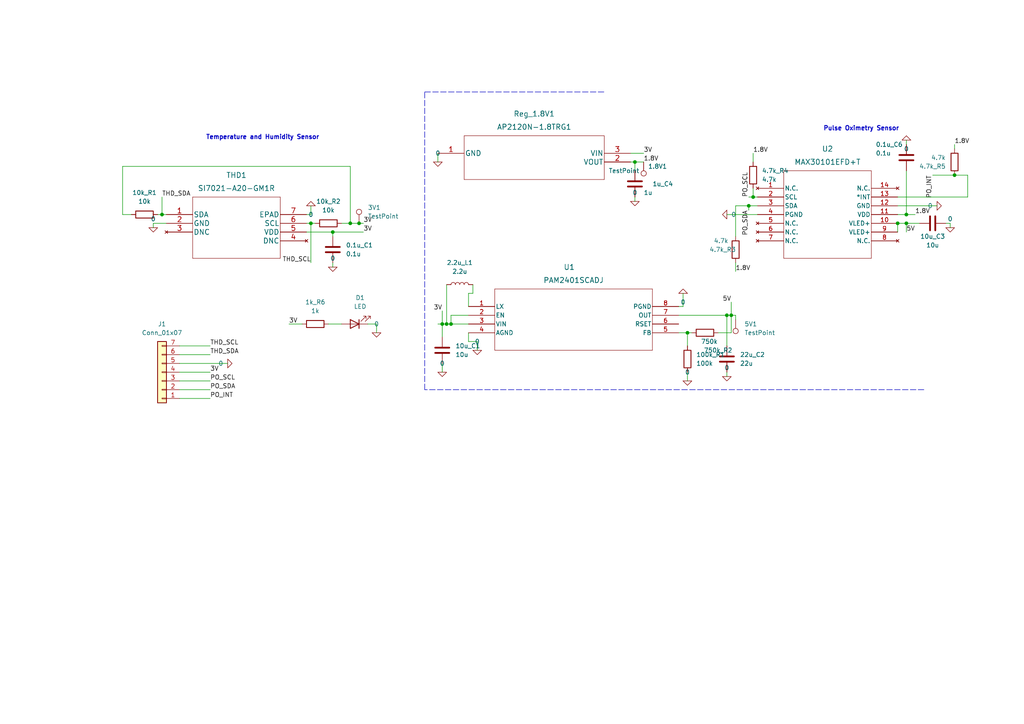
<source format=kicad_sch>
(kicad_sch (version 20211123) (generator eeschema)

  (uuid 98b16650-6d6c-47bb-8ac3-8db03b6078a0)

  (paper "A4")

  (lib_symbols
    (symbol "2022-12-19_07-03-31:SI7021-A20-GM1R" (pin_names (offset 0.254)) (in_bom yes) (on_board yes)
      (property "Reference" "U" (id 0) (at 20.32 10.16 0)
        (effects (font (size 1.524 1.524)))
      )
      (property "Value" "SI7021-A20-GM1R" (id 1) (at 20.32 7.62 0)
        (effects (font (size 1.524 1.524)))
      )
      (property "Footprint" "DFN6_3X3_SIL" (id 2) (at 20.32 6.096 0)
        (effects (font (size 1.524 1.524)) hide)
      )
      (property "Datasheet" "" (id 3) (at 0 0 0)
        (effects (font (size 1.524 1.524)))
      )
      (property "ki_locked" "" (id 4) (at 0 0 0)
        (effects (font (size 1.27 1.27)))
      )
      (property "ki_fp_filters" "DFN6_3X3_SIL DFN6_3X3_SIL-M DFN6_3X3_SIL-L" (id 5) (at 0 0 0)
        (effects (font (size 1.27 1.27)) hide)
      )
      (symbol "SI7021-A20-GM1R_1_1"
        (polyline
          (pts
            (xy 7.62 -12.7)
            (xy 33.02 -12.7)
          )
          (stroke (width 0.127) (type default) (color 0 0 0 0))
          (fill (type none))
        )
        (polyline
          (pts
            (xy 7.62 5.08)
            (xy 7.62 -12.7)
          )
          (stroke (width 0.127) (type default) (color 0 0 0 0))
          (fill (type none))
        )
        (polyline
          (pts
            (xy 33.02 -12.7)
            (xy 33.02 5.08)
          )
          (stroke (width 0.127) (type default) (color 0 0 0 0))
          (fill (type none))
        )
        (polyline
          (pts
            (xy 33.02 5.08)
            (xy 7.62 5.08)
          )
          (stroke (width 0.127) (type default) (color 0 0 0 0))
          (fill (type none))
        )
        (pin bidirectional line (at 0 0 0) (length 7.62)
          (name "SDA" (effects (font (size 1.4986 1.4986))))
          (number "1" (effects (font (size 1.4986 1.4986))))
        )
        (pin power_in line (at 0 -2.54 0) (length 7.62)
          (name "GND" (effects (font (size 1.4986 1.4986))))
          (number "2" (effects (font (size 1.4986 1.4986))))
        )
        (pin no_connect line (at 0 -5.08 0) (length 7.62)
          (name "DNC" (effects (font (size 1.4986 1.4986))))
          (number "3" (effects (font (size 1.4986 1.4986))))
        )
        (pin no_connect line (at 40.64 -7.62 180) (length 7.62)
          (name "DNC" (effects (font (size 1.4986 1.4986))))
          (number "4" (effects (font (size 1.4986 1.4986))))
        )
        (pin power_in line (at 40.64 -5.08 180) (length 7.62)
          (name "VDD" (effects (font (size 1.4986 1.4986))))
          (number "5" (effects (font (size 1.4986 1.4986))))
        )
        (pin input line (at 40.64 -2.54 180) (length 7.62)
          (name "SCL" (effects (font (size 1.4986 1.4986))))
          (number "6" (effects (font (size 1.4986 1.4986))))
        )
        (pin unspecified line (at 40.64 0 180) (length 7.62)
          (name "EPAD" (effects (font (size 1.4986 1.4986))))
          (number "7" (effects (font (size 1.4986 1.4986))))
        )
      )
    )
    (symbol "2022-12-19_18-15-01:AP2120N-1.8TRG1" (pin_names (offset 0.254)) (in_bom yes) (on_board yes)
      (property "Reference" "U" (id 0) (at 27.94 10.16 0)
        (effects (font (size 1.524 1.524)))
      )
      (property "Value" "AP2120N-1.8TRG1" (id 1) (at 27.94 7.62 0)
        (effects (font (size 1.524 1.524)))
      )
      (property "Footprint" "SOT-23_DIO" (id 2) (at 27.94 6.096 0)
        (effects (font (size 1.524 1.524)) hide)
      )
      (property "Datasheet" "" (id 3) (at 0 0 0)
        (effects (font (size 1.524 1.524)))
      )
      (property "ki_locked" "" (id 4) (at 0 0 0)
        (effects (font (size 1.27 1.27)))
      )
      (property "ki_fp_filters" "SOT-23_DIO SOT-23_DIO-M SOT-23_DIO-L" (id 5) (at 0 0 0)
        (effects (font (size 1.27 1.27)) hide)
      )
      (symbol "AP2120N-1.8TRG1_1_1"
        (polyline
          (pts
            (xy 7.62 -7.62)
            (xy 48.26 -7.62)
          )
          (stroke (width 0.127) (type default) (color 0 0 0 0))
          (fill (type none))
        )
        (polyline
          (pts
            (xy 7.62 5.08)
            (xy 7.62 -7.62)
          )
          (stroke (width 0.127) (type default) (color 0 0 0 0))
          (fill (type none))
        )
        (polyline
          (pts
            (xy 48.26 -7.62)
            (xy 48.26 5.08)
          )
          (stroke (width 0.127) (type default) (color 0 0 0 0))
          (fill (type none))
        )
        (polyline
          (pts
            (xy 48.26 5.08)
            (xy 7.62 5.08)
          )
          (stroke (width 0.127) (type default) (color 0 0 0 0))
          (fill (type none))
        )
        (pin power_in line (at 0 0 0) (length 7.62)
          (name "GND" (effects (font (size 1.4986 1.4986))))
          (number "1" (effects (font (size 1.4986 1.4986))))
        )
        (pin output line (at 55.88 -2.54 180) (length 7.62)
          (name "VOUT" (effects (font (size 1.4986 1.4986))))
          (number "2" (effects (font (size 1.4986 1.4986))))
        )
        (pin input line (at 55.88 0 180) (length 7.62)
          (name "VIN" (effects (font (size 1.4986 1.4986))))
          (number "3" (effects (font (size 1.4986 1.4986))))
        )
      )
    )
    (symbol "2023-08-22_19-53-20:MAX30101EFD+T" (pin_names (offset 0.254)) (in_bom yes) (on_board yes)
      (property "Reference" "U" (id 0) (at 20.32 10.16 0)
        (effects (font (size 1.524 1.524)))
      )
      (property "Value" "MAX30101EFD+T" (id 1) (at 20.32 7.62 0)
        (effects (font (size 1.524 1.524)))
      )
      (property "Footprint" "21-1048F_F143A5+1_MXM" (id 2) (at 0 0 0)
        (effects (font (size 1.27 1.27) italic) hide)
      )
      (property "Datasheet" "MAX30101EFD+T" (id 3) (at 0 0 0)
        (effects (font (size 1.27 1.27) italic) hide)
      )
      (property "ki_locked" "" (id 4) (at 0 0 0)
        (effects (font (size 1.27 1.27)))
      )
      (property "ki_keywords" "MAX30101EFD+T" (id 5) (at 0 0 0)
        (effects (font (size 1.27 1.27)) hide)
      )
      (property "ki_fp_filters" "21-1048F_F143A5+1_MXM 21-1048F_F143A5+1_MXM-M 21-1048F_F143A5+1_MXM-L" (id 6) (at 0 0 0)
        (effects (font (size 1.27 1.27)) hide)
      )
      (symbol "MAX30101EFD+T_0_1"
        (polyline
          (pts
            (xy 7.62 -20.32)
            (xy 33.02 -20.32)
          )
          (stroke (width 0.127) (type default) (color 0 0 0 0))
          (fill (type none))
        )
        (polyline
          (pts
            (xy 7.62 5.08)
            (xy 7.62 -20.32)
          )
          (stroke (width 0.127) (type default) (color 0 0 0 0))
          (fill (type none))
        )
        (polyline
          (pts
            (xy 33.02 -20.32)
            (xy 33.02 5.08)
          )
          (stroke (width 0.127) (type default) (color 0 0 0 0))
          (fill (type none))
        )
        (polyline
          (pts
            (xy 33.02 5.08)
            (xy 7.62 5.08)
          )
          (stroke (width 0.127) (type default) (color 0 0 0 0))
          (fill (type none))
        )
        (pin no_connect line (at 0 0 0) (length 7.62)
          (name "N.C." (effects (font (size 1.27 1.27))))
          (number "1" (effects (font (size 1.27 1.27))))
        )
        (pin unspecified line (at 40.64 -10.16 180) (length 7.62)
          (name "VLED+" (effects (font (size 1.27 1.27))))
          (number "10" (effects (font (size 1.27 1.27))))
        )
        (pin power_in line (at 40.64 -7.62 180) (length 7.62)
          (name "VDD" (effects (font (size 1.27 1.27))))
          (number "11" (effects (font (size 1.27 1.27))))
        )
        (pin power_out line (at 40.64 -5.08 180) (length 7.62)
          (name "GND" (effects (font (size 1.27 1.27))))
          (number "12" (effects (font (size 1.27 1.27))))
        )
        (pin unspecified line (at 40.64 -2.54 180) (length 7.62)
          (name "*INT" (effects (font (size 1.27 1.27))))
          (number "13" (effects (font (size 1.27 1.27))))
        )
        (pin no_connect line (at 40.64 0 180) (length 7.62)
          (name "N.C." (effects (font (size 1.27 1.27))))
          (number "14" (effects (font (size 1.27 1.27))))
        )
        (pin unspecified line (at 0 -2.54 0) (length 7.62)
          (name "SCL" (effects (font (size 1.27 1.27))))
          (number "2" (effects (font (size 1.27 1.27))))
        )
        (pin unspecified line (at 0 -5.08 0) (length 7.62)
          (name "SDA" (effects (font (size 1.27 1.27))))
          (number "3" (effects (font (size 1.27 1.27))))
        )
        (pin power_out line (at 0 -7.62 0) (length 7.62)
          (name "PGND" (effects (font (size 1.27 1.27))))
          (number "4" (effects (font (size 1.27 1.27))))
        )
        (pin no_connect line (at 0 -10.16 0) (length 7.62)
          (name "N.C." (effects (font (size 1.27 1.27))))
          (number "5" (effects (font (size 1.27 1.27))))
        )
        (pin no_connect line (at 0 -12.7 0) (length 7.62)
          (name "N.C." (effects (font (size 1.27 1.27))))
          (number "6" (effects (font (size 1.27 1.27))))
        )
        (pin no_connect line (at 0 -15.24 0) (length 7.62)
          (name "N.C." (effects (font (size 1.27 1.27))))
          (number "7" (effects (font (size 1.27 1.27))))
        )
        (pin no_connect line (at 40.64 -15.24 180) (length 7.62)
          (name "N.C." (effects (font (size 1.27 1.27))))
          (number "8" (effects (font (size 1.27 1.27))))
        )
        (pin unspecified line (at 40.64 -12.7 180) (length 7.62)
          (name "VLED+" (effects (font (size 1.27 1.27))))
          (number "9" (effects (font (size 1.27 1.27))))
        )
      )
    )
    (symbol "2023-08-22_19-54-26:PAM2401SCADJ" (pin_names (offset 0.254)) (in_bom yes) (on_board yes)
      (property "Reference" "U" (id 0) (at 30.48 10.16 0)
        (effects (font (size 1.524 1.524)))
      )
      (property "Value" "PAM2401SCADJ" (id 1) (at 30.48 7.62 0)
        (effects (font (size 1.524 1.524)))
      )
      (property "Footprint" "MSOP8_DIO" (id 2) (at 0 0 0)
        (effects (font (size 1.27 1.27) italic) hide)
      )
      (property "Datasheet" "PAM2401SCADJ" (id 3) (at 0 0 0)
        (effects (font (size 1.27 1.27) italic) hide)
      )
      (property "ki_locked" "" (id 4) (at 0 0 0)
        (effects (font (size 1.27 1.27)))
      )
      (property "ki_keywords" "PAM2401SCADJ" (id 5) (at 0 0 0)
        (effects (font (size 1.27 1.27)) hide)
      )
      (property "ki_fp_filters" "MSOP8_DIO" (id 6) (at 0 0 0)
        (effects (font (size 1.27 1.27)) hide)
      )
      (symbol "PAM2401SCADJ_0_1"
        (polyline
          (pts
            (xy 7.62 -12.7)
            (xy 53.34 -12.7)
          )
          (stroke (width 0.127) (type default) (color 0 0 0 0))
          (fill (type none))
        )
        (polyline
          (pts
            (xy 7.62 5.08)
            (xy 7.62 -12.7)
          )
          (stroke (width 0.127) (type default) (color 0 0 0 0))
          (fill (type none))
        )
        (polyline
          (pts
            (xy 53.34 -12.7)
            (xy 53.34 5.08)
          )
          (stroke (width 0.127) (type default) (color 0 0 0 0))
          (fill (type none))
        )
        (polyline
          (pts
            (xy 53.34 5.08)
            (xy 7.62 5.08)
          )
          (stroke (width 0.127) (type default) (color 0 0 0 0))
          (fill (type none))
        )
        (pin unspecified line (at 0 0 0) (length 7.62)
          (name "LX" (effects (font (size 1.27 1.27))))
          (number "1" (effects (font (size 1.27 1.27))))
        )
        (pin unspecified line (at 0 -2.54 0) (length 7.62)
          (name "EN" (effects (font (size 1.27 1.27))))
          (number "2" (effects (font (size 1.27 1.27))))
        )
        (pin input line (at 0 -5.08 0) (length 7.62)
          (name "VIN" (effects (font (size 1.27 1.27))))
          (number "3" (effects (font (size 1.27 1.27))))
        )
        (pin power_in line (at 0 -7.62 0) (length 7.62)
          (name "AGND" (effects (font (size 1.27 1.27))))
          (number "4" (effects (font (size 1.27 1.27))))
        )
        (pin unspecified line (at 60.96 -7.62 180) (length 7.62)
          (name "FB" (effects (font (size 1.27 1.27))))
          (number "5" (effects (font (size 1.27 1.27))))
        )
        (pin unspecified line (at 60.96 -5.08 180) (length 7.62)
          (name "RSET" (effects (font (size 1.27 1.27))))
          (number "6" (effects (font (size 1.27 1.27))))
        )
        (pin output line (at 60.96 -2.54 180) (length 7.62)
          (name "OUT" (effects (font (size 1.27 1.27))))
          (number "7" (effects (font (size 1.27 1.27))))
        )
        (pin power_in line (at 60.96 0 180) (length 7.62)
          (name "PGND" (effects (font (size 1.27 1.27))))
          (number "8" (effects (font (size 1.27 1.27))))
        )
      )
    )
    (symbol "Connector:TestPoint" (pin_numbers hide) (pin_names (offset 0.762) hide) (in_bom yes) (on_board yes)
      (property "Reference" "TP" (id 0) (at 0 6.858 0)
        (effects (font (size 1.27 1.27)))
      )
      (property "Value" "TestPoint" (id 1) (at 0 5.08 0)
        (effects (font (size 1.27 1.27)))
      )
      (property "Footprint" "" (id 2) (at 5.08 0 0)
        (effects (font (size 1.27 1.27)) hide)
      )
      (property "Datasheet" "~" (id 3) (at 5.08 0 0)
        (effects (font (size 1.27 1.27)) hide)
      )
      (property "ki_keywords" "test point tp" (id 4) (at 0 0 0)
        (effects (font (size 1.27 1.27)) hide)
      )
      (property "ki_description" "test point" (id 5) (at 0 0 0)
        (effects (font (size 1.27 1.27)) hide)
      )
      (property "ki_fp_filters" "Pin* Test*" (id 6) (at 0 0 0)
        (effects (font (size 1.27 1.27)) hide)
      )
      (symbol "TestPoint_0_1"
        (circle (center 0 3.302) (radius 0.762)
          (stroke (width 0) (type default) (color 0 0 0 0))
          (fill (type none))
        )
      )
      (symbol "TestPoint_1_1"
        (pin passive line (at 0 0 90) (length 2.54)
          (name "1" (effects (font (size 1.27 1.27))))
          (number "1" (effects (font (size 1.27 1.27))))
        )
      )
    )
    (symbol "Connector_Generic:Conn_01x07" (pin_names (offset 1.016) hide) (in_bom yes) (on_board yes)
      (property "Reference" "J" (id 0) (at 0 10.16 0)
        (effects (font (size 1.27 1.27)))
      )
      (property "Value" "Conn_01x07" (id 1) (at 0 -10.16 0)
        (effects (font (size 1.27 1.27)))
      )
      (property "Footprint" "" (id 2) (at 0 0 0)
        (effects (font (size 1.27 1.27)) hide)
      )
      (property "Datasheet" "~" (id 3) (at 0 0 0)
        (effects (font (size 1.27 1.27)) hide)
      )
      (property "ki_keywords" "connector" (id 4) (at 0 0 0)
        (effects (font (size 1.27 1.27)) hide)
      )
      (property "ki_description" "Generic connector, single row, 01x07, script generated (kicad-library-utils/schlib/autogen/connector/)" (id 5) (at 0 0 0)
        (effects (font (size 1.27 1.27)) hide)
      )
      (property "ki_fp_filters" "Connector*:*_1x??_*" (id 6) (at 0 0 0)
        (effects (font (size 1.27 1.27)) hide)
      )
      (symbol "Conn_01x07_1_1"
        (rectangle (start -1.27 -7.493) (end 0 -7.747)
          (stroke (width 0.1524) (type default) (color 0 0 0 0))
          (fill (type none))
        )
        (rectangle (start -1.27 -4.953) (end 0 -5.207)
          (stroke (width 0.1524) (type default) (color 0 0 0 0))
          (fill (type none))
        )
        (rectangle (start -1.27 -2.413) (end 0 -2.667)
          (stroke (width 0.1524) (type default) (color 0 0 0 0))
          (fill (type none))
        )
        (rectangle (start -1.27 0.127) (end 0 -0.127)
          (stroke (width 0.1524) (type default) (color 0 0 0 0))
          (fill (type none))
        )
        (rectangle (start -1.27 2.667) (end 0 2.413)
          (stroke (width 0.1524) (type default) (color 0 0 0 0))
          (fill (type none))
        )
        (rectangle (start -1.27 5.207) (end 0 4.953)
          (stroke (width 0.1524) (type default) (color 0 0 0 0))
          (fill (type none))
        )
        (rectangle (start -1.27 7.747) (end 0 7.493)
          (stroke (width 0.1524) (type default) (color 0 0 0 0))
          (fill (type none))
        )
        (rectangle (start -1.27 8.89) (end 1.27 -8.89)
          (stroke (width 0.254) (type default) (color 0 0 0 0))
          (fill (type background))
        )
        (pin passive line (at -5.08 7.62 0) (length 3.81)
          (name "Pin_1" (effects (font (size 1.27 1.27))))
          (number "1" (effects (font (size 1.27 1.27))))
        )
        (pin passive line (at -5.08 5.08 0) (length 3.81)
          (name "Pin_2" (effects (font (size 1.27 1.27))))
          (number "2" (effects (font (size 1.27 1.27))))
        )
        (pin passive line (at -5.08 2.54 0) (length 3.81)
          (name "Pin_3" (effects (font (size 1.27 1.27))))
          (number "3" (effects (font (size 1.27 1.27))))
        )
        (pin passive line (at -5.08 0 0) (length 3.81)
          (name "Pin_4" (effects (font (size 1.27 1.27))))
          (number "4" (effects (font (size 1.27 1.27))))
        )
        (pin passive line (at -5.08 -2.54 0) (length 3.81)
          (name "Pin_5" (effects (font (size 1.27 1.27))))
          (number "5" (effects (font (size 1.27 1.27))))
        )
        (pin passive line (at -5.08 -5.08 0) (length 3.81)
          (name "Pin_6" (effects (font (size 1.27 1.27))))
          (number "6" (effects (font (size 1.27 1.27))))
        )
        (pin passive line (at -5.08 -7.62 0) (length 3.81)
          (name "Pin_7" (effects (font (size 1.27 1.27))))
          (number "7" (effects (font (size 1.27 1.27))))
        )
      )
    )
    (symbol "Device:C" (pin_numbers hide) (pin_names (offset 0.254)) (in_bom yes) (on_board yes)
      (property "Reference" "C" (id 0) (at 0.635 2.54 0)
        (effects (font (size 1.27 1.27)) (justify left))
      )
      (property "Value" "C" (id 1) (at 0.635 -2.54 0)
        (effects (font (size 1.27 1.27)) (justify left))
      )
      (property "Footprint" "" (id 2) (at 0.9652 -3.81 0)
        (effects (font (size 1.27 1.27)) hide)
      )
      (property "Datasheet" "~" (id 3) (at 0 0 0)
        (effects (font (size 1.27 1.27)) hide)
      )
      (property "ki_keywords" "cap capacitor" (id 4) (at 0 0 0)
        (effects (font (size 1.27 1.27)) hide)
      )
      (property "ki_description" "Unpolarized capacitor" (id 5) (at 0 0 0)
        (effects (font (size 1.27 1.27)) hide)
      )
      (property "ki_fp_filters" "C_*" (id 6) (at 0 0 0)
        (effects (font (size 1.27 1.27)) hide)
      )
      (symbol "C_0_1"
        (polyline
          (pts
            (xy -2.032 -0.762)
            (xy 2.032 -0.762)
          )
          (stroke (width 0.508) (type default) (color 0 0 0 0))
          (fill (type none))
        )
        (polyline
          (pts
            (xy -2.032 0.762)
            (xy 2.032 0.762)
          )
          (stroke (width 0.508) (type default) (color 0 0 0 0))
          (fill (type none))
        )
      )
      (symbol "C_1_1"
        (pin passive line (at 0 3.81 270) (length 2.794)
          (name "~" (effects (font (size 1.27 1.27))))
          (number "1" (effects (font (size 1.27 1.27))))
        )
        (pin passive line (at 0 -3.81 90) (length 2.794)
          (name "~" (effects (font (size 1.27 1.27))))
          (number "2" (effects (font (size 1.27 1.27))))
        )
      )
    )
    (symbol "Device:L" (pin_numbers hide) (pin_names (offset 1.016) hide) (in_bom yes) (on_board yes)
      (property "Reference" "L" (id 0) (at -1.27 0 90)
        (effects (font (size 1.27 1.27)))
      )
      (property "Value" "L" (id 1) (at 1.905 0 90)
        (effects (font (size 1.27 1.27)))
      )
      (property "Footprint" "" (id 2) (at 0 0 0)
        (effects (font (size 1.27 1.27)) hide)
      )
      (property "Datasheet" "~" (id 3) (at 0 0 0)
        (effects (font (size 1.27 1.27)) hide)
      )
      (property "ki_keywords" "inductor choke coil reactor magnetic" (id 4) (at 0 0 0)
        (effects (font (size 1.27 1.27)) hide)
      )
      (property "ki_description" "Inductor" (id 5) (at 0 0 0)
        (effects (font (size 1.27 1.27)) hide)
      )
      (property "ki_fp_filters" "Choke_* *Coil* Inductor_* L_*" (id 6) (at 0 0 0)
        (effects (font (size 1.27 1.27)) hide)
      )
      (symbol "L_0_1"
        (arc (start 0 -2.54) (mid 0.635 -1.905) (end 0 -1.27)
          (stroke (width 0) (type default) (color 0 0 0 0))
          (fill (type none))
        )
        (arc (start 0 -1.27) (mid 0.635 -0.635) (end 0 0)
          (stroke (width 0) (type default) (color 0 0 0 0))
          (fill (type none))
        )
        (arc (start 0 0) (mid 0.635 0.635) (end 0 1.27)
          (stroke (width 0) (type default) (color 0 0 0 0))
          (fill (type none))
        )
        (arc (start 0 1.27) (mid 0.635 1.905) (end 0 2.54)
          (stroke (width 0) (type default) (color 0 0 0 0))
          (fill (type none))
        )
      )
      (symbol "L_1_1"
        (pin passive line (at 0 3.81 270) (length 1.27)
          (name "1" (effects (font (size 1.27 1.27))))
          (number "1" (effects (font (size 1.27 1.27))))
        )
        (pin passive line (at 0 -3.81 90) (length 1.27)
          (name "2" (effects (font (size 1.27 1.27))))
          (number "2" (effects (font (size 1.27 1.27))))
        )
      )
    )
    (symbol "Device:LED" (pin_numbers hide) (pin_names (offset 1.016) hide) (in_bom yes) (on_board yes)
      (property "Reference" "D" (id 0) (at 0 2.54 0)
        (effects (font (size 1.27 1.27)))
      )
      (property "Value" "LED" (id 1) (at 0 -2.54 0)
        (effects (font (size 1.27 1.27)))
      )
      (property "Footprint" "" (id 2) (at 0 0 0)
        (effects (font (size 1.27 1.27)) hide)
      )
      (property "Datasheet" "~" (id 3) (at 0 0 0)
        (effects (font (size 1.27 1.27)) hide)
      )
      (property "ki_keywords" "LED diode" (id 4) (at 0 0 0)
        (effects (font (size 1.27 1.27)) hide)
      )
      (property "ki_description" "Light emitting diode" (id 5) (at 0 0 0)
        (effects (font (size 1.27 1.27)) hide)
      )
      (property "ki_fp_filters" "LED* LED_SMD:* LED_THT:*" (id 6) (at 0 0 0)
        (effects (font (size 1.27 1.27)) hide)
      )
      (symbol "LED_0_1"
        (polyline
          (pts
            (xy -1.27 -1.27)
            (xy -1.27 1.27)
          )
          (stroke (width 0.254) (type default) (color 0 0 0 0))
          (fill (type none))
        )
        (polyline
          (pts
            (xy -1.27 0)
            (xy 1.27 0)
          )
          (stroke (width 0) (type default) (color 0 0 0 0))
          (fill (type none))
        )
        (polyline
          (pts
            (xy 1.27 -1.27)
            (xy 1.27 1.27)
            (xy -1.27 0)
            (xy 1.27 -1.27)
          )
          (stroke (width 0.254) (type default) (color 0 0 0 0))
          (fill (type none))
        )
        (polyline
          (pts
            (xy -3.048 -0.762)
            (xy -4.572 -2.286)
            (xy -3.81 -2.286)
            (xy -4.572 -2.286)
            (xy -4.572 -1.524)
          )
          (stroke (width 0) (type default) (color 0 0 0 0))
          (fill (type none))
        )
        (polyline
          (pts
            (xy -1.778 -0.762)
            (xy -3.302 -2.286)
            (xy -2.54 -2.286)
            (xy -3.302 -2.286)
            (xy -3.302 -1.524)
          )
          (stroke (width 0) (type default) (color 0 0 0 0))
          (fill (type none))
        )
      )
      (symbol "LED_1_1"
        (pin passive line (at -3.81 0 0) (length 2.54)
          (name "K" (effects (font (size 1.27 1.27))))
          (number "1" (effects (font (size 1.27 1.27))))
        )
        (pin passive line (at 3.81 0 180) (length 2.54)
          (name "A" (effects (font (size 1.27 1.27))))
          (number "2" (effects (font (size 1.27 1.27))))
        )
      )
    )
    (symbol "Device:R" (pin_numbers hide) (pin_names (offset 0)) (in_bom yes) (on_board yes)
      (property "Reference" "R" (id 0) (at 2.032 0 90)
        (effects (font (size 1.27 1.27)))
      )
      (property "Value" "R" (id 1) (at 0 0 90)
        (effects (font (size 1.27 1.27)))
      )
      (property "Footprint" "" (id 2) (at -1.778 0 90)
        (effects (font (size 1.27 1.27)) hide)
      )
      (property "Datasheet" "~" (id 3) (at 0 0 0)
        (effects (font (size 1.27 1.27)) hide)
      )
      (property "ki_keywords" "R res resistor" (id 4) (at 0 0 0)
        (effects (font (size 1.27 1.27)) hide)
      )
      (property "ki_description" "Resistor" (id 5) (at 0 0 0)
        (effects (font (size 1.27 1.27)) hide)
      )
      (property "ki_fp_filters" "R_*" (id 6) (at 0 0 0)
        (effects (font (size 1.27 1.27)) hide)
      )
      (symbol "R_0_1"
        (rectangle (start -1.016 -2.54) (end 1.016 2.54)
          (stroke (width 0.254) (type default) (color 0 0 0 0))
          (fill (type none))
        )
      )
      (symbol "R_1_1"
        (pin passive line (at 0 3.81 270) (length 1.27)
          (name "~" (effects (font (size 1.27 1.27))))
          (number "1" (effects (font (size 1.27 1.27))))
        )
        (pin passive line (at 0 -3.81 90) (length 1.27)
          (name "~" (effects (font (size 1.27 1.27))))
          (number "2" (effects (font (size 1.27 1.27))))
        )
      )
    )
    (symbol "pspice:0" (power) (pin_names (offset 0)) (in_bom yes) (on_board yes)
      (property "Reference" "#GND" (id 0) (at 0 -2.54 0)
        (effects (font (size 1.27 1.27)) hide)
      )
      (property "Value" "0" (id 1) (at 0 -1.778 0)
        (effects (font (size 1.27 1.27)))
      )
      (property "Footprint" "" (id 2) (at 0 0 0)
        (effects (font (size 1.27 1.27)) hide)
      )
      (property "Datasheet" "~" (id 3) (at 0 0 0)
        (effects (font (size 1.27 1.27)) hide)
      )
      (property "ki_keywords" "simulation" (id 4) (at 0 0 0)
        (effects (font (size 1.27 1.27)) hide)
      )
      (property "ki_description" "0V reference potential for simulation" (id 5) (at 0 0 0)
        (effects (font (size 1.27 1.27)) hide)
      )
      (symbol "0_0_1"
        (polyline
          (pts
            (xy -1.27 0)
            (xy 0 -1.27)
            (xy 1.27 0)
            (xy -1.27 0)
          )
          (stroke (width 0) (type default) (color 0 0 0 0))
          (fill (type none))
        )
      )
      (symbol "0_1_1"
        (pin power_in line (at 0 0 0) (length 0) hide
          (name "0" (effects (font (size 1.016 1.016))))
          (number "1" (effects (font (size 1.016 1.016))))
        )
      )
    )
  )

  (junction (at 260.35 64.77) (diameter 0) (color 0 0 0 0)
    (uuid 00279b44-16e8-442c-ad38-6c41d2755c94)
  )
  (junction (at 210.82 91.44) (diameter 0) (color 0 0 0 0)
    (uuid 1b045322-6f88-45e1-838f-be0a24000d9d)
  )
  (junction (at 262.89 62.23) (diameter 0) (color 0 0 0 0)
    (uuid 2b9a5a7e-ec0f-4e9d-b080-1362cc26f008)
  )
  (junction (at 129.54 93.98) (diameter 0) (color 0 0 0 0)
    (uuid 2de2b3ba-a68b-43dc-99c0-18ecb8474ead)
  )
  (junction (at 96.52 67.31) (diameter 0) (color 0 0 0 0)
    (uuid 3fb6ce37-35d2-4505-9333-7ca5cb9beb94)
  )
  (junction (at 276.86 50.8) (diameter 0) (color 0 0 0 0)
    (uuid 45761c05-d5ef-46ba-9499-01df483dfe47)
  )
  (junction (at 218.44 57.15) (diameter 0) (color 0 0 0 0)
    (uuid 672a3edb-75ef-47fd-80b9-86f7dcf5ce70)
  )
  (junction (at 104.14 64.77) (diameter 0) (color 0 0 0 0)
    (uuid 9df0b84b-4ec7-4c00-93e0-cbf7c42712bf)
  )
  (junction (at 199.39 96.52) (diameter 0) (color 0 0 0 0)
    (uuid a8011ba2-4914-4a04-aa36-56d4d2fdc903)
  )
  (junction (at 101.6 64.77) (diameter 0) (color 0 0 0 0)
    (uuid a865203f-e313-497f-82d0-6060fcec46e7)
  )
  (junction (at 217.17 59.69) (diameter 0) (color 0 0 0 0)
    (uuid b5dd9ed9-c6f8-4562-b52b-e4bf9d16e243)
  )
  (junction (at 262.89 64.77) (diameter 0) (color 0 0 0 0)
    (uuid bcca2807-0c3b-44b0-b273-59863fd214e9)
  )
  (junction (at 46.99 62.23) (diameter 0) (color 0 0 0 0)
    (uuid c1226bc9-c275-4a34-9f09-a53122bbd604)
  )
  (junction (at 90.17 64.77) (diameter 0) (color 0 0 0 0)
    (uuid c96b38d6-7918-4128-9e53-de92c7df95ca)
  )
  (junction (at 130.81 93.98) (diameter 0) (color 0 0 0 0)
    (uuid cfe3fda3-648a-4b12-816a-4bc0247acfd6)
  )
  (junction (at 128.27 93.98) (diameter 0) (color 0 0 0 0)
    (uuid dc57bfff-23ef-403a-8681-ea97be542807)
  )
  (junction (at 184.15 46.99) (diameter 0) (color 0 0 0 0)
    (uuid e3249d20-b2c8-417e-84d7-b86cae006e35)
  )
  (junction (at 212.09 91.44) (diameter 0) (color 0 0 0 0)
    (uuid fb67392c-7e18-4d5c-b928-3b3139e245fc)
  )

  (wire (pts (xy 106.68 93.98) (xy 109.22 93.98))
    (stroke (width 0) (type default) (color 0 0 0 0))
    (uuid 026944cd-4863-43d7-909b-b322afd12395)
  )
  (wire (pts (xy 210.82 91.44) (xy 212.09 91.44))
    (stroke (width 0) (type default) (color 0 0 0 0))
    (uuid 04182e08-24a0-412f-9d76-6cf815a17f9b)
  )
  (wire (pts (xy 38.1 62.23) (xy 35.56 62.23))
    (stroke (width 0) (type default) (color 0 0 0 0))
    (uuid 04f721b2-d7fe-404f-8ecf-53cabe49393e)
  )
  (wire (pts (xy 52.07 100.33) (xy 60.96 100.33))
    (stroke (width 0) (type default) (color 0 0 0 0))
    (uuid 06063aa3-f17b-4ffe-b1ef-8d3e0fc5843f)
  )
  (wire (pts (xy 260.35 62.23) (xy 262.89 62.23))
    (stroke (width 0) (type default) (color 0 0 0 0))
    (uuid 084947fe-2df4-45a7-a254-733002e157bf)
  )
  (wire (pts (xy 280.67 50.8) (xy 276.86 50.8))
    (stroke (width 0) (type default) (color 0 0 0 0))
    (uuid 0fa9d2dd-1b8b-48b5-8a0c-283bc5a353ba)
  )
  (wire (pts (xy 90.17 64.77) (xy 91.44 64.77))
    (stroke (width 0) (type default) (color 0 0 0 0))
    (uuid 1040e19a-22b5-4f27-b652-f9e1eda14957)
  )
  (wire (pts (xy 208.28 96.52) (xy 212.09 96.52))
    (stroke (width 0) (type default) (color 0 0 0 0))
    (uuid 11cfb0b6-12de-4528-b711-97de14db08bd)
  )
  (wire (pts (xy 138.43 99.06) (xy 138.43 101.6))
    (stroke (width 0) (type default) (color 0 0 0 0))
    (uuid 160fb149-e10b-4f83-86dd-864bba9f4057)
  )
  (wire (pts (xy 213.36 76.2) (xy 213.36 78.74))
    (stroke (width 0) (type default) (color 0 0 0 0))
    (uuid 175c567e-4c58-4c19-a1d4-5075c3b0170b)
  )
  (wire (pts (xy 275.59 64.77) (xy 275.59 66.04))
    (stroke (width 0) (type default) (color 0 0 0 0))
    (uuid 1a305e1a-a769-4388-af06-bb4f42220bf3)
  )
  (wire (pts (xy 218.44 44.45) (xy 218.44 46.99))
    (stroke (width 0) (type default) (color 0 0 0 0))
    (uuid 1b348e96-e977-459c-b312-46699db05ba9)
  )
  (wire (pts (xy 184.15 46.99) (xy 186.69 46.99))
    (stroke (width 0) (type default) (color 0 0 0 0))
    (uuid 1d81905e-dcb4-426f-99ed-e3613e513987)
  )
  (wire (pts (xy 260.35 59.69) (xy 271.78 59.69))
    (stroke (width 0) (type default) (color 0 0 0 0))
    (uuid 209dbee2-f179-4c8a-8748-51a14fc4422a)
  )
  (wire (pts (xy 127 44.45) (xy 127 46.99))
    (stroke (width 0) (type default) (color 0 0 0 0))
    (uuid 23178b11-c304-41ed-b54d-c51e80326d9c)
  )
  (wire (pts (xy 52.07 107.95) (xy 60.96 107.95))
    (stroke (width 0) (type default) (color 0 0 0 0))
    (uuid 29bdfa36-a6c8-42a3-849a-7ee8b2bd38a8)
  )
  (wire (pts (xy 128.27 90.17) (xy 128.27 93.98))
    (stroke (width 0) (type default) (color 0 0 0 0))
    (uuid 329e3c3f-5152-479d-9725-21d88dc85e60)
  )
  (wire (pts (xy 130.81 91.44) (xy 130.81 93.98))
    (stroke (width 0) (type default) (color 0 0 0 0))
    (uuid 33fbd18d-1be9-4228-9bc0-acd409b1d30d)
  )
  (wire (pts (xy 219.71 57.15) (xy 218.44 57.15))
    (stroke (width 0) (type default) (color 0 0 0 0))
    (uuid 3638fa4b-f1bc-45a3-98c3-7137e2272093)
  )
  (wire (pts (xy 276.86 43.18) (xy 276.86 41.91))
    (stroke (width 0) (type default) (color 0 0 0 0))
    (uuid 371efcef-9a49-4da5-9a94-44654d3a8aeb)
  )
  (wire (pts (xy 217.17 59.69) (xy 217.17 60.96))
    (stroke (width 0) (type default) (color 0 0 0 0))
    (uuid 3926689d-cb80-4930-8a3d-8f7057b3e703)
  )
  (wire (pts (xy 46.99 62.23) (xy 48.26 62.23))
    (stroke (width 0) (type default) (color 0 0 0 0))
    (uuid 4156596c-6e93-42b1-a332-df7624a9bdca)
  )
  (wire (pts (xy 101.6 64.77) (xy 104.14 64.77))
    (stroke (width 0) (type default) (color 0 0 0 0))
    (uuid 466083cd-3af0-4072-b937-6543750fa5a3)
  )
  (wire (pts (xy 96.52 76.2) (xy 96.52 77.47))
    (stroke (width 0) (type default) (color 0 0 0 0))
    (uuid 4786ccb2-af48-4ff5-9244-e18cb76e41eb)
  )
  (wire (pts (xy 260.35 64.77) (xy 260.35 67.31))
    (stroke (width 0) (type default) (color 0 0 0 0))
    (uuid 4c061eb3-c5a7-4428-a0e3-c7a062a1310b)
  )
  (wire (pts (xy 101.6 64.77) (xy 99.06 64.77))
    (stroke (width 0) (type default) (color 0 0 0 0))
    (uuid 4c677fdb-e050-46fa-adba-2bb1b7745b09)
  )
  (wire (pts (xy 184.15 57.15) (xy 184.15 58.42))
    (stroke (width 0) (type default) (color 0 0 0 0))
    (uuid 4c7a4ad3-05f4-426b-b049-82ba79ad0261)
  )
  (wire (pts (xy 128.27 93.98) (xy 129.54 93.98))
    (stroke (width 0) (type default) (color 0 0 0 0))
    (uuid 4c8d4ac5-3b96-48b4-98ff-1c58eda978a0)
  )
  (wire (pts (xy 212.09 91.44) (xy 212.09 96.52))
    (stroke (width 0) (type default) (color 0 0 0 0))
    (uuid 4d6eab2c-dc22-4f0b-8c01-89ec964b8f09)
  )
  (wire (pts (xy 46.99 57.15) (xy 46.99 62.23))
    (stroke (width 0) (type default) (color 0 0 0 0))
    (uuid 4e0074c1-3ed5-4b7e-b85d-11353bd1dcb2)
  )
  (wire (pts (xy 52.07 110.49) (xy 60.96 110.49))
    (stroke (width 0) (type default) (color 0 0 0 0))
    (uuid 4e616ca8-3b7d-490d-9f99-8351aeccd2e0)
  )
  (wire (pts (xy 127 93.98) (xy 128.27 93.98))
    (stroke (width 0) (type default) (color 0 0 0 0))
    (uuid 50d6b116-37ce-4614-9a82-5e3db766b3be)
  )
  (wire (pts (xy 213.36 91.44) (xy 213.36 92.71))
    (stroke (width 0) (type default) (color 0 0 0 0))
    (uuid 5529728a-f951-4658-b396-13e4a76b7dde)
  )
  (wire (pts (xy 129.54 82.55) (xy 129.54 93.98))
    (stroke (width 0) (type default) (color 0 0 0 0))
    (uuid 56f9e024-7437-4e39-9876-0739fc787207)
  )
  (wire (pts (xy 35.56 62.23) (xy 35.56 48.26))
    (stroke (width 0) (type default) (color 0 0 0 0))
    (uuid 5a2b1f05-cb24-4f05-a7f6-9411a7d9dc3c)
  )
  (wire (pts (xy 199.39 107.95) (xy 199.39 110.49))
    (stroke (width 0) (type default) (color 0 0 0 0))
    (uuid 602a2e71-7c9e-4ef5-a68c-b7aff4b27e45)
  )
  (wire (pts (xy 262.89 64.77) (xy 262.89 67.31))
    (stroke (width 0) (type default) (color 0 0 0 0))
    (uuid 617b7a53-6a9e-4326-80bf-22949b4978a6)
  )
  (wire (pts (xy 128.27 93.98) (xy 128.27 97.79))
    (stroke (width 0) (type default) (color 0 0 0 0))
    (uuid 67a88867-f92f-4bcf-8ca8-f6e47c99e8ea)
  )
  (wire (pts (xy 52.07 102.87) (xy 60.96 102.87))
    (stroke (width 0) (type default) (color 0 0 0 0))
    (uuid 6a75e5b7-94d7-4c12-a847-7b9ca4c83522)
  )
  (wire (pts (xy 199.39 96.52) (xy 200.66 96.52))
    (stroke (width 0) (type default) (color 0 0 0 0))
    (uuid 6ab8a8ca-2fc4-4015-96bc-debefef0d799)
  )
  (wire (pts (xy 90.17 59.69) (xy 90.17 62.23))
    (stroke (width 0) (type default) (color 0 0 0 0))
    (uuid 6e23a0e4-f076-4e03-9b63-94b1434fd868)
  )
  (wire (pts (xy 129.54 93.98) (xy 130.81 93.98))
    (stroke (width 0) (type default) (color 0 0 0 0))
    (uuid 6f197e76-5170-4a91-947e-d81c0e7885ed)
  )
  (wire (pts (xy 88.9 64.77) (xy 90.17 64.77))
    (stroke (width 0) (type default) (color 0 0 0 0))
    (uuid 6ffe84bd-3417-46c2-9e57-fe4342fea930)
  )
  (polyline (pts (xy 267.97 113.03) (xy 123.19 113.03))
    (stroke (width 0) (type default) (color 0 0 0 0))
    (uuid 6fff2426-906e-47bd-b9a4-67e4c6485f63)
  )

  (wire (pts (xy 130.81 93.98) (xy 135.89 93.98))
    (stroke (width 0) (type default) (color 0 0 0 0))
    (uuid 70f6884b-fd3e-41c0-aa12-bc1516b40606)
  )
  (wire (pts (xy 218.44 54.61) (xy 218.44 57.15))
    (stroke (width 0) (type default) (color 0 0 0 0))
    (uuid 71a302d4-75ab-4e30-9408-743c82335aaa)
  )
  (wire (pts (xy 109.22 93.98) (xy 109.22 96.52))
    (stroke (width 0) (type default) (color 0 0 0 0))
    (uuid 74e247d8-2696-4df7-9d4e-0df9e41ea3de)
  )
  (wire (pts (xy 88.9 62.23) (xy 90.17 62.23))
    (stroke (width 0) (type default) (color 0 0 0 0))
    (uuid 75186a01-28a1-4470-901f-c289e94525b0)
  )
  (wire (pts (xy 48.26 64.77) (xy 44.45 64.77))
    (stroke (width 0) (type default) (color 0 0 0 0))
    (uuid 7601c0e4-43f3-4099-8e55-2d3fabef4283)
  )
  (wire (pts (xy 217.17 59.69) (xy 219.71 59.69))
    (stroke (width 0) (type default) (color 0 0 0 0))
    (uuid 7ae251ce-6ae0-497c-b3f2-89631b51dda2)
  )
  (wire (pts (xy 35.56 48.26) (xy 101.6 48.26))
    (stroke (width 0) (type default) (color 0 0 0 0))
    (uuid 84074f26-3a1b-4126-a8c5-1bfe6f301815)
  )
  (wire (pts (xy 135.89 99.06) (xy 138.43 99.06))
    (stroke (width 0) (type default) (color 0 0 0 0))
    (uuid 8885e99f-b718-4cde-8e63-3081987b51ea)
  )
  (wire (pts (xy 135.89 85.09) (xy 137.16 85.09))
    (stroke (width 0) (type default) (color 0 0 0 0))
    (uuid 8c4cadf3-30be-49dd-83d8-85bc2ea6b955)
  )
  (wire (pts (xy 260.35 64.77) (xy 262.89 64.77))
    (stroke (width 0) (type default) (color 0 0 0 0))
    (uuid 8c6ab319-b99b-468e-a70a-ab2e47c00408)
  )
  (wire (pts (xy 196.85 88.9) (xy 198.12 88.9))
    (stroke (width 0) (type default) (color 0 0 0 0))
    (uuid 96c696e7-e259-4038-b88c-44395e7c5b56)
  )
  (wire (pts (xy 184.15 46.99) (xy 184.15 49.53))
    (stroke (width 0) (type default) (color 0 0 0 0))
    (uuid 97c07e47-f7e0-451c-ac4a-19b7dbc6ee00)
  )
  (wire (pts (xy 44.45 64.77) (xy 44.45 66.04))
    (stroke (width 0) (type default) (color 0 0 0 0))
    (uuid 9ba8b808-185b-41dd-8ca7-4ccd565f7032)
  )
  (wire (pts (xy 83.82 93.98) (xy 87.63 93.98))
    (stroke (width 0) (type default) (color 0 0 0 0))
    (uuid 9e6a0e72-ae68-44ea-b08d-234e878c31c4)
  )
  (polyline (pts (xy 123.19 113.03) (xy 123.19 26.67))
    (stroke (width 0) (type default) (color 0 0 0 0))
    (uuid 9e7a6646-8ec6-4434-be34-1f2d42690e5f)
  )

  (wire (pts (xy 182.88 46.99) (xy 184.15 46.99))
    (stroke (width 0) (type default) (color 0 0 0 0))
    (uuid a11fc5ae-0f64-4a45-b7fb-051e8419117f)
  )
  (wire (pts (xy 196.85 91.44) (xy 210.82 91.44))
    (stroke (width 0) (type default) (color 0 0 0 0))
    (uuid a20a205d-920e-4a71-b727-92061f4f9458)
  )
  (wire (pts (xy 210.82 107.95) (xy 210.82 109.22))
    (stroke (width 0) (type default) (color 0 0 0 0))
    (uuid a3585a85-2b9f-4b06-baa9-6d7cbff10e32)
  )
  (wire (pts (xy 137.16 85.09) (xy 137.16 82.55))
    (stroke (width 0) (type default) (color 0 0 0 0))
    (uuid a382eb14-db2c-454d-a996-d02af774d21d)
  )
  (wire (pts (xy 199.39 96.52) (xy 199.39 100.33))
    (stroke (width 0) (type default) (color 0 0 0 0))
    (uuid a42cc00f-b1e7-405f-a085-b7c2d009b213)
  )
  (wire (pts (xy 88.9 67.31) (xy 96.52 67.31))
    (stroke (width 0) (type default) (color 0 0 0 0))
    (uuid a4ff6d6c-0ccc-4b0d-b464-f4d5010c7a3b)
  )
  (wire (pts (xy 52.07 105.41) (xy 66.04 105.41))
    (stroke (width 0) (type default) (color 0 0 0 0))
    (uuid ab7416f2-2733-410e-b91d-88de308a5dbc)
  )
  (wire (pts (xy 182.88 44.45) (xy 186.69 44.45))
    (stroke (width 0) (type default) (color 0 0 0 0))
    (uuid ac067888-8c86-4e3f-a373-9368665e4587)
  )
  (wire (pts (xy 104.14 64.77) (xy 105.41 64.77))
    (stroke (width 0) (type default) (color 0 0 0 0))
    (uuid ae8bc9a2-3d9c-4a0e-9f0b-8898d785fee9)
  )
  (wire (pts (xy 135.89 88.9) (xy 135.89 85.09))
    (stroke (width 0) (type default) (color 0 0 0 0))
    (uuid af6f1c6b-df23-4569-9ab0-f5c4a9318713)
  )
  (wire (pts (xy 260.35 57.15) (xy 280.67 57.15))
    (stroke (width 0) (type default) (color 0 0 0 0))
    (uuid b3ce07c5-3b65-4aa4-98be-e8cb75e816f9)
  )
  (polyline (pts (xy 123.19 26.67) (xy 175.26 26.67))
    (stroke (width 0) (type default) (color 0 0 0 0))
    (uuid b91b3a26-f1a5-4b32-862c-ef5e4c18d140)
  )

  (wire (pts (xy 210.82 91.44) (xy 210.82 100.33))
    (stroke (width 0) (type default) (color 0 0 0 0))
    (uuid be77ea29-51f3-43f9-9ced-256e650baa0f)
  )
  (wire (pts (xy 52.07 113.03) (xy 60.96 113.03))
    (stroke (width 0) (type default) (color 0 0 0 0))
    (uuid be8e5419-8d1d-402c-9bb1-61b6a9bdba41)
  )
  (wire (pts (xy 274.32 64.77) (xy 275.59 64.77))
    (stroke (width 0) (type default) (color 0 0 0 0))
    (uuid c1298abd-3c32-4ac9-b34b-8e9ce84cf567)
  )
  (wire (pts (xy 198.12 85.09) (xy 198.12 88.9))
    (stroke (width 0) (type default) (color 0 0 0 0))
    (uuid c7c2d638-b7e7-4936-bec7-3fb71fafd97e)
  )
  (wire (pts (xy 196.85 96.52) (xy 199.39 96.52))
    (stroke (width 0) (type default) (color 0 0 0 0))
    (uuid c84dbea9-6f4f-483f-a09d-66934a129068)
  )
  (wire (pts (xy 95.25 93.98) (xy 99.06 93.98))
    (stroke (width 0) (type default) (color 0 0 0 0))
    (uuid ca477727-3bbf-4f62-a356-450cf0bf98ac)
  )
  (wire (pts (xy 212.09 91.44) (xy 213.36 91.44))
    (stroke (width 0) (type default) (color 0 0 0 0))
    (uuid cbcc6fa8-327f-4445-8d87-b1f2009bb899)
  )
  (wire (pts (xy 128.27 105.41) (xy 128.27 107.95))
    (stroke (width 0) (type default) (color 0 0 0 0))
    (uuid cdf801d5-c132-4d75-85f2-2f382a4d3880)
  )
  (wire (pts (xy 262.89 49.53) (xy 262.89 62.23))
    (stroke (width 0) (type default) (color 0 0 0 0))
    (uuid ce2d854b-357c-4794-9a71-6c0fc3eb64ae)
  )
  (wire (pts (xy 96.52 67.31) (xy 105.41 67.31))
    (stroke (width 0) (type default) (color 0 0 0 0))
    (uuid d4787026-7938-467e-adc6-64fb6b71457a)
  )
  (wire (pts (xy 217.17 59.69) (xy 213.36 59.69))
    (stroke (width 0) (type default) (color 0 0 0 0))
    (uuid d532a12e-10eb-45f8-8db9-3ae7fcc0a0b9)
  )
  (wire (pts (xy 45.72 62.23) (xy 46.99 62.23))
    (stroke (width 0) (type default) (color 0 0 0 0))
    (uuid d553e389-e7cc-4143-adb9-dd26258cd1b9)
  )
  (wire (pts (xy 101.6 48.26) (xy 101.6 64.77))
    (stroke (width 0) (type default) (color 0 0 0 0))
    (uuid d710c014-40ce-4cdb-aaeb-3b7c2c983198)
  )
  (wire (pts (xy 135.89 96.52) (xy 135.89 99.06))
    (stroke (width 0) (type default) (color 0 0 0 0))
    (uuid d822b4c8-5fb9-41b5-a40b-6d92a6b5f7b2)
  )
  (wire (pts (xy 52.07 115.57) (xy 60.96 115.57))
    (stroke (width 0) (type default) (color 0 0 0 0))
    (uuid da1aa3df-ac19-4344-992b-2dbdd8ba00c6)
  )
  (wire (pts (xy 135.89 91.44) (xy 130.81 91.44))
    (stroke (width 0) (type default) (color 0 0 0 0))
    (uuid dc8763e2-3212-4933-a7cc-a63b51f70e26)
  )
  (wire (pts (xy 262.89 40.64) (xy 262.89 41.91))
    (stroke (width 0) (type default) (color 0 0 0 0))
    (uuid e51fb1c3-e3f5-4a80-8bff-e11445dfc654)
  )
  (wire (pts (xy 262.89 64.77) (xy 266.7 64.77))
    (stroke (width 0) (type default) (color 0 0 0 0))
    (uuid e678f3a8-7278-4646-b363-f3507d885a9d)
  )
  (wire (pts (xy 262.89 62.23) (xy 265.43 62.23))
    (stroke (width 0) (type default) (color 0 0 0 0))
    (uuid e6a5798b-201e-49ab-8f59-08a3718349f7)
  )
  (wire (pts (xy 90.17 64.77) (xy 90.17 76.2))
    (stroke (width 0) (type default) (color 0 0 0 0))
    (uuid e7d04a20-6dc4-41dd-a08e-d49ea84cb4f3)
  )
  (wire (pts (xy 276.86 50.8) (xy 270.51 50.8))
    (stroke (width 0) (type default) (color 0 0 0 0))
    (uuid ea42f24e-97e7-4b67-990e-87bca33aabe2)
  )
  (wire (pts (xy 212.09 87.63) (xy 212.09 91.44))
    (stroke (width 0) (type default) (color 0 0 0 0))
    (uuid eab9a7b5-0788-49d5-a41e-566eaf67934d)
  )
  (wire (pts (xy 96.52 67.31) (xy 96.52 68.58))
    (stroke (width 0) (type default) (color 0 0 0 0))
    (uuid ed1697f2-04ba-44da-99e1-9afc19eef844)
  )
  (wire (pts (xy 280.67 57.15) (xy 280.67 50.8))
    (stroke (width 0) (type default) (color 0 0 0 0))
    (uuid eed7d4ed-31ac-486e-aab5-a90239746082)
  )
  (wire (pts (xy 213.36 59.69) (xy 213.36 68.58))
    (stroke (width 0) (type default) (color 0 0 0 0))
    (uuid f0378176-5d5f-4863-ba97-ca678fae1f7e)
  )
  (wire (pts (xy 217.17 57.15) (xy 218.44 57.15))
    (stroke (width 0) (type default) (color 0 0 0 0))
    (uuid f454a791-8a03-4c84-bc65-781f5a610dca)
  )
  (wire (pts (xy 210.82 62.23) (xy 219.71 62.23))
    (stroke (width 0) (type default) (color 0 0 0 0))
    (uuid fb3bc43a-1e1d-4522-8cdc-82fde0248d4c)
  )

  (text "Pulse Oximetry Sensor" (at 238.76 38.1 0)
    (effects (font (size 1.27 1.27) bold) (justify left bottom))
    (uuid 1972bbb4-281c-46d8-af5c-1eae16446a69)
  )
  (text "Temperature and Humidity Sensor" (at 59.69 40.64 0)
    (effects (font (size 1.27 1.27) bold) (justify left bottom))
    (uuid d3e94130-c5ab-4704-a2bd-5aef09520a14)
  )

  (label "PO_SDA" (at 60.96 113.03 0)
    (effects (font (size 1.27 1.27)) (justify left bottom))
    (uuid 13850885-d844-445f-bbbd-67d1ff2e22b7)
  )
  (label "PO_SDA" (at 217.17 60.96 270)
    (effects (font (size 1.27 1.27)) (justify right bottom))
    (uuid 3fcf15cc-4d47-4864-ac5f-10f4a08f50cd)
  )
  (label "PO_INT" (at 60.96 115.57 0)
    (effects (font (size 1.27 1.27)) (justify left bottom))
    (uuid 425317ce-7b39-43bf-b784-de9a002e7736)
  )
  (label "3V" (at 186.69 44.45 0)
    (effects (font (size 1.27 1.27)) (justify left bottom))
    (uuid 42c817c1-1fb3-48b1-8c41-c8519c0576f5)
  )
  (label "PO_SCL" (at 60.96 110.49 0)
    (effects (font (size 1.27 1.27)) (justify left bottom))
    (uuid 4a61e223-db63-4fec-9061-c145ac9db4e5)
  )
  (label "THD_SDA" (at 60.96 102.87 0)
    (effects (font (size 1.27 1.27)) (justify left bottom))
    (uuid 53a9caa2-35e4-4378-b4b0-7cd89b524ca9)
  )
  (label "1.8V" (at 186.69 46.99 0)
    (effects (font (size 1.27 1.27)) (justify left bottom))
    (uuid 5c6fd024-a9c5-4e82-a0a9-737b664323b7)
  )
  (label "PO_INT" (at 270.51 50.8 270)
    (effects (font (size 1.27 1.27)) (justify right bottom))
    (uuid 6738ce7a-5774-4292-82e9-31adff2b4baa)
  )
  (label "THD_SCL" (at 90.17 76.2 180)
    (effects (font (size 1.27 1.27)) (justify right bottom))
    (uuid 8308c625-2425-4c58-88dc-5a51235547fb)
  )
  (label "1.8V" (at 276.86 41.91 0)
    (effects (font (size 1.27 1.27)) (justify left bottom))
    (uuid 91e28403-9f9c-4d31-bcd8-dffcb717c743)
  )
  (label "5V" (at 212.09 87.63 180)
    (effects (font (size 1.27 1.27)) (justify right bottom))
    (uuid aa6c4e2b-4891-4309-8df4-6eb401dc77bd)
  )
  (label "1.8V" (at 213.36 78.74 0)
    (effects (font (size 1.27 1.27)) (justify left bottom))
    (uuid ab093df5-c187-4e1c-93aa-b7fde1b1f2b6)
  )
  (label "PO_SCL" (at 217.17 57.15 90)
    (effects (font (size 1.27 1.27)) (justify left bottom))
    (uuid bee2ae02-8162-4d79-b46a-bb40f96668bd)
  )
  (label "3V" (at 83.82 93.98 0)
    (effects (font (size 1.27 1.27)) (justify left bottom))
    (uuid cda8d417-9c67-4b30-8ba5-28bbb0723936)
  )
  (label "3V" (at 105.41 64.77 0)
    (effects (font (size 1.27 1.27)) (justify left bottom))
    (uuid d31c5ebf-e103-4645-8440-6545474bc6eb)
  )
  (label "3V" (at 60.96 107.95 0)
    (effects (font (size 1.27 1.27)) (justify left bottom))
    (uuid d9eb7a38-a410-460a-8949-f7e707e67be5)
  )
  (label "THD_SDA" (at 46.99 57.15 0)
    (effects (font (size 1.27 1.27)) (justify left bottom))
    (uuid dc2a400f-0e6f-465d-ad29-1eff89d84518)
  )
  (label "3V" (at 128.27 90.17 180)
    (effects (font (size 1.27 1.27)) (justify right bottom))
    (uuid e1e156e8-6ee3-4410-b71f-396edac046b9)
  )
  (label "1.8V" (at 218.44 44.45 0)
    (effects (font (size 1.27 1.27)) (justify left bottom))
    (uuid e3a52d0d-62a9-4fac-8fc4-5a179e93613e)
  )
  (label "THD_SCL" (at 60.96 100.33 0)
    (effects (font (size 1.27 1.27)) (justify left bottom))
    (uuid ea7cb9c2-640f-4795-ac13-1b0ad730f8e6)
  )
  (label "3V" (at 105.41 67.31 0)
    (effects (font (size 1.27 1.27)) (justify left bottom))
    (uuid f43d76b8-cb7c-4307-b532-9a01d4a5bca9)
  )
  (label "1.8V" (at 265.43 62.23 0)
    (effects (font (size 1.27 1.27)) (justify left bottom))
    (uuid f773ca4e-e7bf-4ff3-aaf5-34c6790b3978)
  )
  (label "5V" (at 262.89 67.31 0)
    (effects (font (size 1.27 1.27)) (justify left bottom))
    (uuid fe9e0c3c-bdc7-4877-ad1f-41af61d89b94)
  )

  (symbol (lib_id "pspice:0") (at 275.59 66.04 0) (unit 1)
    (in_bom yes) (on_board yes) (fields_autoplaced)
    (uuid 02797310-29ec-49ba-9efd-e217da23c5de)
    (property "Reference" "#GND015" (id 0) (at 275.59 68.58 0)
      (effects (font (size 1.27 1.27)) hide)
    )
    (property "Value" "0" (id 1) (at 275.59 63.5 0))
    (property "Footprint" "" (id 2) (at 275.59 66.04 0)
      (effects (font (size 1.27 1.27)) hide)
    )
    (property "Datasheet" "~" (id 3) (at 275.59 66.04 0)
      (effects (font (size 1.27 1.27)) hide)
    )
    (pin "1" (uuid 32f493bd-8a95-4309-ae7b-f4817eba1362))
  )

  (symbol (lib_id "Connector:TestPoint") (at 104.14 64.77 0) (unit 1)
    (in_bom yes) (on_board yes) (fields_autoplaced)
    (uuid 0c6775e1-e95b-4169-83f1-96bec34d2169)
    (property "Reference" "3V1" (id 0) (at 106.68 60.1979 0)
      (effects (font (size 1.27 1.27)) (justify left))
    )
    (property "Value" "TestPoint" (id 1) (at 106.68 62.7379 0)
      (effects (font (size 1.27 1.27)) (justify left))
    )
    (property "Footprint" "Connector_PinHeader_2.54mm:PinHeader_1x01_P2.54mm_Vertical" (id 2) (at 109.22 64.77 0)
      (effects (font (size 1.27 1.27)) hide)
    )
    (property "Datasheet" "~" (id 3) (at 109.22 64.77 0)
      (effects (font (size 1.27 1.27)) hide)
    )
    (pin "1" (uuid 305dd34b-68a2-4371-8d4a-27863bbcd321))
  )

  (symbol (lib_id "pspice:0") (at 262.89 40.64 180) (unit 1)
    (in_bom yes) (on_board yes) (fields_autoplaced)
    (uuid 0fa5f3c0-95f3-42c9-8fb3-ad51278da87a)
    (property "Reference" "#GND010" (id 0) (at 262.89 38.1 0)
      (effects (font (size 1.27 1.27)) hide)
    )
    (property "Value" "0" (id 1) (at 262.89 43.18 0))
    (property "Footprint" "" (id 2) (at 262.89 40.64 0)
      (effects (font (size 1.27 1.27)) hide)
    )
    (property "Datasheet" "~" (id 3) (at 262.89 40.64 0)
      (effects (font (size 1.27 1.27)) hide)
    )
    (pin "1" (uuid 0a508ce8-bb00-4aba-872c-f4a217d5b3b7))
  )

  (symbol (lib_id "pspice:0") (at 128.27 107.95 0) (unit 1)
    (in_bom yes) (on_board yes) (fields_autoplaced)
    (uuid 146c3104-2ea4-48ac-b1be-7ef01a3b3376)
    (property "Reference" "#GND05" (id 0) (at 128.27 110.49 0)
      (effects (font (size 1.27 1.27)) hide)
    )
    (property "Value" "0" (id 1) (at 128.27 105.41 0))
    (property "Footprint" "" (id 2) (at 128.27 107.95 0)
      (effects (font (size 1.27 1.27)) hide)
    )
    (property "Datasheet" "~" (id 3) (at 128.27 107.95 0)
      (effects (font (size 1.27 1.27)) hide)
    )
    (pin "1" (uuid 048aceac-bd11-4283-a170-70f1911d0c19))
  )

  (symbol (lib_id "pspice:0") (at 271.78 59.69 90) (unit 1)
    (in_bom yes) (on_board yes) (fields_autoplaced)
    (uuid 1e3ea727-047c-46a7-8d81-2f09fe654ec3)
    (property "Reference" "#GND012" (id 0) (at 274.32 59.69 0)
      (effects (font (size 1.27 1.27)) hide)
    )
    (property "Value" "0" (id 1) (at 270.51 59.6899 90)
      (effects (font (size 1.27 1.27)) (justify left))
    )
    (property "Footprint" "" (id 2) (at 271.78 59.69 0)
      (effects (font (size 1.27 1.27)) hide)
    )
    (property "Datasheet" "~" (id 3) (at 271.78 59.69 0)
      (effects (font (size 1.27 1.27)) hide)
    )
    (pin "1" (uuid 0fa804f1-efbb-4abc-a7d4-0ab0f4171651))
  )

  (symbol (lib_id "Device:R") (at 199.39 104.14 0) (unit 1)
    (in_bom yes) (on_board yes) (fields_autoplaced)
    (uuid 27923149-eebd-4bf5-a185-2d56935a6e9a)
    (property "Reference" "100k_R1" (id 0) (at 201.93 102.8699 0)
      (effects (font (size 1.27 1.27)) (justify left))
    )
    (property "Value" "100k" (id 1) (at 201.93 105.4099 0)
      (effects (font (size 1.27 1.27)) (justify left))
    )
    (property "Footprint" "Resistor_SMD:R_0603_1608Metric" (id 2) (at 197.612 104.14 90)
      (effects (font (size 1.27 1.27)) hide)
    )
    (property "Datasheet" "~" (id 3) (at 199.39 104.14 0)
      (effects (font (size 1.27 1.27)) hide)
    )
    (pin "1" (uuid 1bcae1bb-dbd1-46d3-9fff-9426389250f2))
    (pin "2" (uuid b5daf7b7-352d-4328-ad10-b0b189108843))
  )

  (symbol (lib_id "2023-08-22_19-53-20:MAX30101EFD+T") (at 219.71 54.61 0) (unit 1)
    (in_bom yes) (on_board yes) (fields_autoplaced)
    (uuid 27ff8d8e-18b0-402a-a67d-07b1dde99c5a)
    (property "Reference" "U2" (id 0) (at 240.03 43.18 0)
      (effects (font (size 1.524 1.524)))
    )
    (property "Value" "MAX30101EFD+T" (id 1) (at 240.03 46.99 0)
      (effects (font (size 1.524 1.524)))
    )
    (property "Footprint" "Max30101_n:21-1048F_F143A5&plus_1_MXM" (id 2) (at 219.71 54.61 0)
      (effects (font (size 1.27 1.27) italic) hide)
    )
    (property "Datasheet" "MAX30101EFD+T" (id 3) (at 219.71 54.61 0)
      (effects (font (size 1.27 1.27) italic) hide)
    )
    (pin "1" (uuid 5b2a5002-b100-49bb-bb1b-620721313ecd))
    (pin "10" (uuid 39e3210f-2d30-4dee-9e46-23906923877f))
    (pin "11" (uuid 5a8896fa-9f5c-41a5-b7b1-d6e8a62997ab))
    (pin "12" (uuid 59a2e03b-89ae-447c-ab90-09157afff625))
    (pin "13" (uuid 07cb9e72-a03d-4987-a33c-1a05917b4031))
    (pin "14" (uuid 48e1d786-443b-4bf0-971c-3a7c61e26cf7))
    (pin "2" (uuid bed4d472-f7eb-48a5-9413-a12667d27860))
    (pin "3" (uuid 7d20f9df-0f6e-413c-8d5c-5490bf776dcc))
    (pin "4" (uuid 74c918cd-3cdb-4d5c-bea0-a9b630fbd15f))
    (pin "5" (uuid 74199150-62da-4123-9c4b-4a5f60e5f783))
    (pin "6" (uuid 38c60645-ee6c-4a5f-8ac7-8333fa5f0e44))
    (pin "7" (uuid cf4e135e-1879-4990-9717-45917b3038f6))
    (pin "8" (uuid 2e3cb978-7fb4-471f-9f06-c1454e0bbf50))
    (pin "9" (uuid a11de8b5-7531-4adc-8400-4ef0b5e1a5bd))
  )

  (symbol (lib_id "Device:R") (at 213.36 72.39 0) (unit 1)
    (in_bom yes) (on_board yes)
    (uuid 3415ce06-31bc-4eb6-925e-2ca9260998aa)
    (property "Reference" "4.7k_R3" (id 0) (at 205.74 72.39 0)
      (effects (font (size 1.27 1.27)) (justify left))
    )
    (property "Value" "4.7k" (id 1) (at 207.01 69.85 0)
      (effects (font (size 1.27 1.27)) (justify left))
    )
    (property "Footprint" "Resistor_SMD:R_0603_1608Metric" (id 2) (at 211.582 72.39 90)
      (effects (font (size 1.27 1.27)) hide)
    )
    (property "Datasheet" "~" (id 3) (at 213.36 72.39 0)
      (effects (font (size 1.27 1.27)) hide)
    )
    (pin "1" (uuid 0cf0f708-6b3c-4e1a-8706-1ce03a42a7cb))
    (pin "2" (uuid 44bbb2ec-6697-4b23-966c-13430e6791e3))
  )

  (symbol (lib_id "pspice:0") (at 90.17 59.69 180) (unit 1)
    (in_bom yes) (on_board yes) (fields_autoplaced)
    (uuid 37df5765-73b0-4f4f-ba4a-38ec1e0fcb0f)
    (property "Reference" "#GND02" (id 0) (at 90.17 57.15 0)
      (effects (font (size 1.27 1.27)) hide)
    )
    (property "Value" "0" (id 1) (at 90.17 62.23 0))
    (property "Footprint" "" (id 2) (at 90.17 59.69 0)
      (effects (font (size 1.27 1.27)) hide)
    )
    (property "Datasheet" "~" (id 3) (at 90.17 59.69 0)
      (effects (font (size 1.27 1.27)) hide)
    )
    (pin "1" (uuid ef0459a5-97da-43bd-9e0c-94e4b7225238))
  )

  (symbol (lib_id "Device:C") (at 270.51 64.77 90) (unit 1)
    (in_bom yes) (on_board yes)
    (uuid 3bb0b37a-94a9-488d-948b-c5b558005d76)
    (property "Reference" "10u_C3" (id 0) (at 270.51 68.58 90))
    (property "Value" "10u" (id 1) (at 270.51 71.12 90))
    (property "Footprint" "Capacitor_SMD:C_0603_1608Metric" (id 2) (at 274.32 63.8048 0)
      (effects (font (size 1.27 1.27)) hide)
    )
    (property "Datasheet" "~" (id 3) (at 270.51 64.77 0)
      (effects (font (size 1.27 1.27)) hide)
    )
    (pin "1" (uuid 0ea69960-5f87-46d2-9a0e-cd1f1a1a715f))
    (pin "2" (uuid f1bcb92c-0557-43bb-a18e-e3e9b8517061))
  )

  (symbol (lib_id "Connector:TestPoint") (at 186.69 46.99 180) (unit 1)
    (in_bom yes) (on_board yes)
    (uuid 3ca2e39a-653c-4311-9cd0-3ba3073f65da)
    (property "Reference" "1.8V1" (id 0) (at 187.96 48.26 0)
      (effects (font (size 1.27 1.27)) (justify right))
    )
    (property "Value" "TestPoint" (id 1) (at 176.53 49.53 0)
      (effects (font (size 1.27 1.27)) (justify right))
    )
    (property "Footprint" "Connector_PinHeader_2.54mm:PinHeader_1x01_P2.54mm_Vertical" (id 2) (at 181.61 46.99 0)
      (effects (font (size 1.27 1.27)) hide)
    )
    (property "Datasheet" "~" (id 3) (at 181.61 46.99 0)
      (effects (font (size 1.27 1.27)) hide)
    )
    (pin "1" (uuid e9fbd3ae-8f8a-4e64-9b06-41938df3c8d9))
  )

  (symbol (lib_id "Device:C") (at 210.82 104.14 0) (unit 1)
    (in_bom yes) (on_board yes) (fields_autoplaced)
    (uuid 3dae510a-49ce-4c6f-ad1a-c47fa7f1c30b)
    (property "Reference" "22u_C2" (id 0) (at 214.63 102.8699 0)
      (effects (font (size 1.27 1.27)) (justify left))
    )
    (property "Value" "22u" (id 1) (at 214.63 105.4099 0)
      (effects (font (size 1.27 1.27)) (justify left))
    )
    (property "Footprint" "Capacitor_SMD:C_0603_1608Metric" (id 2) (at 211.7852 107.95 0)
      (effects (font (size 1.27 1.27)) hide)
    )
    (property "Datasheet" "~" (id 3) (at 210.82 104.14 0)
      (effects (font (size 1.27 1.27)) hide)
    )
    (pin "1" (uuid 63ea59b4-884e-4f45-8962-5650c8771a8e))
    (pin "2" (uuid 3fd577a8-ad23-4e2c-8fac-f2942ecec7bc))
  )

  (symbol (lib_id "pspice:0") (at 210.82 62.23 270) (unit 1)
    (in_bom yes) (on_board yes) (fields_autoplaced)
    (uuid 5a149680-e345-4d4e-b017-ba6fba0d9479)
    (property "Reference" "#GND011" (id 0) (at 208.28 62.23 0)
      (effects (font (size 1.27 1.27)) hide)
    )
    (property "Value" "0" (id 1) (at 212.09 62.2299 90)
      (effects (font (size 1.27 1.27)) (justify left))
    )
    (property "Footprint" "" (id 2) (at 210.82 62.23 0)
      (effects (font (size 1.27 1.27)) hide)
    )
    (property "Datasheet" "~" (id 3) (at 210.82 62.23 0)
      (effects (font (size 1.27 1.27)) hide)
    )
    (pin "1" (uuid b552f09d-8ea1-4828-9ce6-b064a03ed837))
  )

  (symbol (lib_id "Device:R") (at 204.47 96.52 90) (unit 1)
    (in_bom yes) (on_board yes)
    (uuid 611885c5-00f2-4ed3-8bbd-9c536f4f7100)
    (property "Reference" "750k_R2" (id 0) (at 208.28 101.6 90))
    (property "Value" "750k" (id 1) (at 205.74 99.06 90))
    (property "Footprint" "Resistor_SMD:R_0603_1608Metric" (id 2) (at 204.47 98.298 90)
      (effects (font (size 1.27 1.27)) hide)
    )
    (property "Datasheet" "~" (id 3) (at 204.47 96.52 0)
      (effects (font (size 1.27 1.27)) hide)
    )
    (pin "1" (uuid 1dbb1d1c-61be-4449-9f07-ba66c442e826))
    (pin "2" (uuid 49255590-3909-443f-9ccd-2e2b163791a1))
  )

  (symbol (lib_id "Device:R") (at 95.25 64.77 90) (unit 1)
    (in_bom yes) (on_board yes) (fields_autoplaced)
    (uuid 657cbdc1-8add-453a-b578-db395cd14ae9)
    (property "Reference" "10k_R2" (id 0) (at 95.25 58.42 90))
    (property "Value" "10k" (id 1) (at 95.25 60.96 90))
    (property "Footprint" "Resistor_SMD:R_0603_1608Metric" (id 2) (at 95.25 66.548 90)
      (effects (font (size 1.27 1.27)) hide)
    )
    (property "Datasheet" "~" (id 3) (at 95.25 64.77 0)
      (effects (font (size 1.27 1.27)) hide)
    )
    (pin "1" (uuid 0733bb42-340b-4753-bccf-f88fddc2be1b))
    (pin "2" (uuid 7f9eb1f4-2946-49e4-80fb-9585be022c49))
  )

  (symbol (lib_id "Device:C") (at 262.89 45.72 0) (unit 1)
    (in_bom yes) (on_board yes)
    (uuid 736433ff-5905-46ed-8e86-e913b1bd5a6b)
    (property "Reference" "0.1u_C6" (id 0) (at 254 41.91 0)
      (effects (font (size 1.27 1.27)) (justify left))
    )
    (property "Value" "0.1u" (id 1) (at 254 44.45 0)
      (effects (font (size 1.27 1.27)) (justify left))
    )
    (property "Footprint" "Capacitor_SMD:C_0603_1608Metric" (id 2) (at 263.8552 49.53 0)
      (effects (font (size 1.27 1.27)) hide)
    )
    (property "Datasheet" "~" (id 3) (at 262.89 45.72 0)
      (effects (font (size 1.27 1.27)) hide)
    )
    (pin "1" (uuid 4b361edb-2925-4fac-a77f-93342137838a))
    (pin "2" (uuid 7dc4a43c-58ce-462c-96f9-db4019a0145d))
  )

  (symbol (lib_id "Device:R") (at 41.91 62.23 90) (unit 1)
    (in_bom yes) (on_board yes) (fields_autoplaced)
    (uuid 79c64197-0ca4-49cb-b3d2-41e031d8a27a)
    (property "Reference" "10k_R1" (id 0) (at 41.91 55.88 90))
    (property "Value" "10k" (id 1) (at 41.91 58.42 90))
    (property "Footprint" "Resistor_SMD:R_0603_1608Metric" (id 2) (at 41.91 64.008 90)
      (effects (font (size 1.27 1.27)) hide)
    )
    (property "Datasheet" "~" (id 3) (at 41.91 62.23 0)
      (effects (font (size 1.27 1.27)) hide)
    )
    (pin "1" (uuid 32b2a2cd-4d25-4a0e-93e5-c72903b80f90))
    (pin "2" (uuid c584ea3f-2106-4ab7-9716-22b11e08ea76))
  )

  (symbol (lib_id "pspice:0") (at 96.52 77.47 0) (unit 1)
    (in_bom yes) (on_board yes) (fields_autoplaced)
    (uuid 82c98a81-8353-480e-ac16-88c942b5c1ec)
    (property "Reference" "#GND03" (id 0) (at 96.52 80.01 0)
      (effects (font (size 1.27 1.27)) hide)
    )
    (property "Value" "0" (id 1) (at 96.52 74.93 0))
    (property "Footprint" "" (id 2) (at 96.52 77.47 0)
      (effects (font (size 1.27 1.27)) hide)
    )
    (property "Datasheet" "~" (id 3) (at 96.52 77.47 0)
      (effects (font (size 1.27 1.27)) hide)
    )
    (pin "1" (uuid fe600928-5bcb-4198-9c56-fe77eafd5448))
  )

  (symbol (lib_id "pspice:0") (at 127 46.99 0) (unit 1)
    (in_bom yes) (on_board yes) (fields_autoplaced)
    (uuid 8cc41cc8-d382-4da2-9e4c-8ed287dda1b5)
    (property "Reference" "#GND04" (id 0) (at 127 49.53 0)
      (effects (font (size 1.27 1.27)) hide)
    )
    (property "Value" "0" (id 1) (at 127 44.45 0))
    (property "Footprint" "" (id 2) (at 127 46.99 0)
      (effects (font (size 1.27 1.27)) hide)
    )
    (property "Datasheet" "~" (id 3) (at 127 46.99 0)
      (effects (font (size 1.27 1.27)) hide)
    )
    (pin "1" (uuid 1ed46022-05f2-483b-9e2e-a5d9201e3e7a))
  )

  (symbol (lib_id "pspice:0") (at 199.39 110.49 0) (unit 1)
    (in_bom yes) (on_board yes) (fields_autoplaced)
    (uuid 8d443c37-c10a-4b86-829a-bce1dda33382)
    (property "Reference" "#GND09" (id 0) (at 199.39 113.03 0)
      (effects (font (size 1.27 1.27)) hide)
    )
    (property "Value" "0" (id 1) (at 199.39 107.95 0))
    (property "Footprint" "" (id 2) (at 199.39 110.49 0)
      (effects (font (size 1.27 1.27)) hide)
    )
    (property "Datasheet" "~" (id 3) (at 199.39 110.49 0)
      (effects (font (size 1.27 1.27)) hide)
    )
    (pin "1" (uuid 24fe2e17-672a-4b22-af72-b4b5256b21e2))
  )

  (symbol (lib_id "Device:C") (at 96.52 72.39 0) (unit 1)
    (in_bom yes) (on_board yes) (fields_autoplaced)
    (uuid 8df3637e-4fff-44ee-9924-b271d9940e6a)
    (property "Reference" "0.1u_C1" (id 0) (at 100.33 71.1199 0)
      (effects (font (size 1.27 1.27)) (justify left))
    )
    (property "Value" "0.1u" (id 1) (at 100.33 73.6599 0)
      (effects (font (size 1.27 1.27)) (justify left))
    )
    (property "Footprint" "Capacitor_SMD:C_0603_1608Metric" (id 2) (at 97.4852 76.2 0)
      (effects (font (size 1.27 1.27)) hide)
    )
    (property "Datasheet" "~" (id 3) (at 96.52 72.39 0)
      (effects (font (size 1.27 1.27)) hide)
    )
    (pin "1" (uuid 47336f34-aae4-470f-8255-096cb5d81e63))
    (pin "2" (uuid bcb7c830-690d-49a2-9eb4-37584dab031d))
  )

  (symbol (lib_id "2023-08-22_19-54-26:PAM2401SCADJ") (at 135.89 88.9 0) (unit 1)
    (in_bom yes) (on_board yes)
    (uuid 8f8aaa62-27b0-4cb6-a8b9-20339220348b)
    (property "Reference" "U1" (id 0) (at 165.1 77.47 0)
      (effects (font (size 1.524 1.524)))
    )
    (property "Value" "PAM2401SCADJ" (id 1) (at 166.37 81.28 0)
      (effects (font (size 1.524 1.524)))
    )
    (property "Footprint" "5VReg_n:MSOP8_DIO" (id 2) (at 135.89 88.9 0)
      (effects (font (size 1.27 1.27) italic) hide)
    )
    (property "Datasheet" "PAM2401SCADJ" (id 3) (at 135.89 88.9 0)
      (effects (font (size 1.27 1.27) italic) hide)
    )
    (pin "1" (uuid ed9bafa5-4cef-483a-92d6-1a61ee458e92))
    (pin "2" (uuid 2aeb9c10-2331-4795-9ee9-8257af250b22))
    (pin "3" (uuid 776e820b-6341-4886-9342-d267c4fc0bc8))
    (pin "4" (uuid 04bc1930-7b66-425b-9167-c0566ff5120e))
    (pin "5" (uuid 89b069de-b11b-47a2-899c-aa9caed7258f))
    (pin "6" (uuid cba1b0f9-69c3-41ce-80f0-8b231ab24806))
    (pin "7" (uuid 646b3cc7-da55-463e-90a9-d11b6897abbe))
    (pin "8" (uuid 2e50bddb-2aa8-4bf5-a0b8-b9d98d2b27df))
  )

  (symbol (lib_id "Connector:TestPoint") (at 213.36 92.71 180) (unit 1)
    (in_bom yes) (on_board yes)
    (uuid 9259baf6-31be-4d04-a35a-8720bd0faa0f)
    (property "Reference" "5V1" (id 0) (at 215.9 93.98 0)
      (effects (font (size 1.27 1.27)) (justify right))
    )
    (property "Value" "TestPoint" (id 1) (at 215.9 96.52 0)
      (effects (font (size 1.27 1.27)) (justify right))
    )
    (property "Footprint" "Connector_PinHeader_2.54mm:PinHeader_1x01_P2.54mm_Vertical" (id 2) (at 208.28 92.71 0)
      (effects (font (size 1.27 1.27)) hide)
    )
    (property "Datasheet" "~" (id 3) (at 208.28 92.71 0)
      (effects (font (size 1.27 1.27)) hide)
    )
    (pin "1" (uuid 5284c11f-f5d1-44ff-85f7-9f3ec55b86f5))
  )

  (symbol (lib_id "pspice:0") (at 184.15 58.42 0) (unit 1)
    (in_bom yes) (on_board yes) (fields_autoplaced)
    (uuid a429216b-1029-450e-bf51-515b39b2191a)
    (property "Reference" "#GND08" (id 0) (at 184.15 60.96 0)
      (effects (font (size 1.27 1.27)) hide)
    )
    (property "Value" "0" (id 1) (at 184.15 55.88 0))
    (property "Footprint" "" (id 2) (at 184.15 58.42 0)
      (effects (font (size 1.27 1.27)) hide)
    )
    (property "Datasheet" "~" (id 3) (at 184.15 58.42 0)
      (effects (font (size 1.27 1.27)) hide)
    )
    (pin "1" (uuid 195ff3ea-4ed0-4913-8ec5-558fcd5ba86d))
  )

  (symbol (lib_id "Device:R") (at 91.44 93.98 90) (unit 1)
    (in_bom yes) (on_board yes) (fields_autoplaced)
    (uuid a7f5dddf-12e0-4702-ac7e-4736fd450a5e)
    (property "Reference" "1k_R6" (id 0) (at 91.44 87.63 90))
    (property "Value" "1k" (id 1) (at 91.44 90.17 90))
    (property "Footprint" "Resistor_SMD:R_0603_1608Metric" (id 2) (at 91.44 95.758 90)
      (effects (font (size 1.27 1.27)) hide)
    )
    (property "Datasheet" "~" (id 3) (at 91.44 93.98 0)
      (effects (font (size 1.27 1.27)) hide)
    )
    (pin "1" (uuid 719807fb-1e3d-4bdb-a854-8200322787e3))
    (pin "2" (uuid 3d05c97e-a1af-4f51-8dd1-4d67593d1f58))
  )

  (symbol (lib_id "pspice:0") (at 198.12 85.09 180) (unit 1)
    (in_bom yes) (on_board yes) (fields_autoplaced)
    (uuid a8879d9b-93be-46bf-9933-bcc66b75403f)
    (property "Reference" "#GND07" (id 0) (at 198.12 82.55 0)
      (effects (font (size 1.27 1.27)) hide)
    )
    (property "Value" "0" (id 1) (at 198.12 87.63 0))
    (property "Footprint" "" (id 2) (at 198.12 85.09 0)
      (effects (font (size 1.27 1.27)) hide)
    )
    (property "Datasheet" "~" (id 3) (at 198.12 85.09 0)
      (effects (font (size 1.27 1.27)) hide)
    )
    (pin "1" (uuid 5cc27bd9-63df-4e71-a722-23aa10e007d5))
  )

  (symbol (lib_id "pspice:0") (at 210.82 109.22 0) (unit 1)
    (in_bom yes) (on_board yes) (fields_autoplaced)
    (uuid a960a1fb-5d39-45f3-b499-7bc05a3e7077)
    (property "Reference" "#GND016" (id 0) (at 210.82 111.76 0)
      (effects (font (size 1.27 1.27)) hide)
    )
    (property "Value" "0" (id 1) (at 210.82 106.68 0))
    (property "Footprint" "" (id 2) (at 210.82 109.22 0)
      (effects (font (size 1.27 1.27)) hide)
    )
    (property "Datasheet" "~" (id 3) (at 210.82 109.22 0)
      (effects (font (size 1.27 1.27)) hide)
    )
    (pin "1" (uuid 4a6c4036-b831-409f-a44f-20322332ee52))
  )

  (symbol (lib_id "Device:R") (at 276.86 46.99 180) (unit 1)
    (in_bom yes) (on_board yes) (fields_autoplaced)
    (uuid ad287a61-6625-4130-8686-f09235013a07)
    (property "Reference" "4.7k_R5" (id 0) (at 274.32 48.2601 0)
      (effects (font (size 1.27 1.27)) (justify left))
    )
    (property "Value" "4.7k" (id 1) (at 274.32 45.7201 0)
      (effects (font (size 1.27 1.27)) (justify left))
    )
    (property "Footprint" "Resistor_SMD:R_0603_1608Metric" (id 2) (at 278.638 46.99 90)
      (effects (font (size 1.27 1.27)) hide)
    )
    (property "Datasheet" "~" (id 3) (at 276.86 46.99 0)
      (effects (font (size 1.27 1.27)) hide)
    )
    (pin "1" (uuid 34d00ea6-2a13-497a-b2e5-be943ae51bbc))
    (pin "2" (uuid c881a9fe-3cd6-4288-84f4-e5b1ceeb9e0c))
  )

  (symbol (lib_id "pspice:0") (at 66.04 105.41 90) (unit 1)
    (in_bom yes) (on_board yes) (fields_autoplaced)
    (uuid aee63513-d242-457b-88fe-80b4e30d8cc5)
    (property "Reference" "#GND013" (id 0) (at 68.58 105.41 0)
      (effects (font (size 1.27 1.27)) hide)
    )
    (property "Value" "0" (id 1) (at 64.77 105.4099 90)
      (effects (font (size 1.27 1.27)) (justify left))
    )
    (property "Footprint" "" (id 2) (at 66.04 105.41 0)
      (effects (font (size 1.27 1.27)) hide)
    )
    (property "Datasheet" "~" (id 3) (at 66.04 105.41 0)
      (effects (font (size 1.27 1.27)) hide)
    )
    (pin "1" (uuid 5e711088-f3b9-479a-8914-5f5cf58f1be4))
  )

  (symbol (lib_id "pspice:0") (at 109.22 96.52 0) (unit 1)
    (in_bom yes) (on_board yes) (fields_autoplaced)
    (uuid b05b54ca-a4ec-44b1-b89a-cd3395b0e057)
    (property "Reference" "#GND014" (id 0) (at 109.22 99.06 0)
      (effects (font (size 1.27 1.27)) hide)
    )
    (property "Value" "0" (id 1) (at 109.22 93.98 0))
    (property "Footprint" "" (id 2) (at 109.22 96.52 0)
      (effects (font (size 1.27 1.27)) hide)
    )
    (property "Datasheet" "~" (id 3) (at 109.22 96.52 0)
      (effects (font (size 1.27 1.27)) hide)
    )
    (pin "1" (uuid 1d2e045c-d18e-474a-9772-8156127f1e4a))
  )

  (symbol (lib_id "pspice:0") (at 44.45 66.04 0) (unit 1)
    (in_bom yes) (on_board yes) (fields_autoplaced)
    (uuid b0b2f595-3d5d-48f9-b44f-f5c7804af102)
    (property "Reference" "#GND01" (id 0) (at 44.45 68.58 0)
      (effects (font (size 1.27 1.27)) hide)
    )
    (property "Value" "0" (id 1) (at 44.45 63.5 0))
    (property "Footprint" "" (id 2) (at 44.45 66.04 0)
      (effects (font (size 1.27 1.27)) hide)
    )
    (property "Datasheet" "~" (id 3) (at 44.45 66.04 0)
      (effects (font (size 1.27 1.27)) hide)
    )
    (pin "1" (uuid 5028dd50-27b3-4d92-a0a5-d9b1a90d3269))
  )

  (symbol (lib_id "pspice:0") (at 138.43 101.6 0) (unit 1)
    (in_bom yes) (on_board yes) (fields_autoplaced)
    (uuid b1d2197b-1b7f-496e-8899-1518a55e104b)
    (property "Reference" "#GND06" (id 0) (at 138.43 104.14 0)
      (effects (font (size 1.27 1.27)) hide)
    )
    (property "Value" "0" (id 1) (at 138.43 99.06 0))
    (property "Footprint" "" (id 2) (at 138.43 101.6 0)
      (effects (font (size 1.27 1.27)) hide)
    )
    (property "Datasheet" "~" (id 3) (at 138.43 101.6 0)
      (effects (font (size 1.27 1.27)) hide)
    )
    (pin "1" (uuid da48ce61-d8d0-4725-bbc8-1fa841e55d32))
  )

  (symbol (lib_id "2022-12-19_18-15-01:AP2120N-1.8TRG1") (at 127 44.45 0) (unit 1)
    (in_bom yes) (on_board yes) (fields_autoplaced)
    (uuid b968c4ed-bf97-4e3e-ac77-62ea0c4c6113)
    (property "Reference" "Reg_1.8V1" (id 0) (at 154.94 33.02 0)
      (effects (font (size 1.524 1.524)))
    )
    (property "Value" "AP2120N-1.8TRG1" (id 1) (at 154.94 36.83 0)
      (effects (font (size 1.524 1.524)))
    )
    (property "Footprint" "footprints:AP2120N-1.8TRG1" (id 2) (at 154.94 38.354 0)
      (effects (font (size 1.524 1.524)) hide)
    )
    (property "Datasheet" "" (id 3) (at 127 44.45 0)
      (effects (font (size 1.524 1.524)))
    )
    (pin "1" (uuid b56c0292-b264-4159-bf37-c8c167c7f9c0))
    (pin "2" (uuid 0e4b918e-72c2-4483-b74d-69029974da81))
    (pin "3" (uuid 6741a169-ab35-467d-a662-2c3787d1a42f))
  )

  (symbol (lib_id "Connector_Generic:Conn_01x07") (at 46.99 107.95 180) (unit 1)
    (in_bom yes) (on_board yes) (fields_autoplaced)
    (uuid b9b9dac8-866f-4082-9af2-af5b7e6d7b34)
    (property "Reference" "J1" (id 0) (at 46.99 93.98 0))
    (property "Value" "Conn_01x07" (id 1) (at 46.99 96.52 0))
    (property "Footprint" "Connector_PinHeader_2.54mm:PinHeader_1x07_P2.54mm_Vertical" (id 2) (at 46.99 107.95 0)
      (effects (font (size 1.27 1.27)) hide)
    )
    (property "Datasheet" "~" (id 3) (at 46.99 107.95 0)
      (effects (font (size 1.27 1.27)) hide)
    )
    (pin "1" (uuid 027ad387-80e1-4e5a-a558-419f5a24eabf))
    (pin "2" (uuid 0574a70e-8637-4fc7-a880-65de2d4fa7fa))
    (pin "3" (uuid d2a464b8-35d9-44c9-8acf-2aa64511aac9))
    (pin "4" (uuid c10832fa-015b-402a-9e53-a0ca88e119a8))
    (pin "5" (uuid c8febfaa-7436-4dc0-b298-3dec965c1a45))
    (pin "6" (uuid c03c77fb-dccf-4487-bb56-65e9e5fe8443))
    (pin "7" (uuid ffb5a69a-3e49-4593-9a3a-13342e0e6f16))
  )

  (symbol (lib_id "Device:L") (at 133.35 82.55 90) (unit 1)
    (in_bom yes) (on_board yes) (fields_autoplaced)
    (uuid bf149988-ecea-4ce1-add2-aa7d2987faac)
    (property "Reference" "2.2u_L1" (id 0) (at 133.35 76.2 90))
    (property "Value" "2.2u" (id 1) (at 133.35 78.74 90))
    (property "Footprint" "Inductor_SMD:L_0603_1608Metric" (id 2) (at 133.35 82.55 0)
      (effects (font (size 1.27 1.27)) hide)
    )
    (property "Datasheet" "~" (id 3) (at 133.35 82.55 0)
      (effects (font (size 1.27 1.27)) hide)
    )
    (pin "1" (uuid fa3d4220-2872-4fed-a03e-ce0715fd3a7f))
    (pin "2" (uuid b28db36f-29f1-4768-99da-854bcf7dc390))
  )

  (symbol (lib_id "2022-12-19_07-03-31:SI7021-A20-GM1R") (at 48.26 62.23 0) (unit 1)
    (in_bom yes) (on_board yes) (fields_autoplaced)
    (uuid cc8f243b-1c8d-4f87-9312-78039d13f89e)
    (property "Reference" "THD1" (id 0) (at 68.58 50.8 0)
      (effects (font (size 1.524 1.524)))
    )
    (property "Value" "SI7021-A20-GM1R" (id 1) (at 68.58 54.61 0)
      (effects (font (size 1.524 1.524)))
    )
    (property "Footprint" "Si7021:SI7021-A20-GM1R" (id 2) (at 68.58 56.134 0)
      (effects (font (size 1.524 1.524)) hide)
    )
    (property "Datasheet" "" (id 3) (at 48.26 62.23 0)
      (effects (font (size 1.524 1.524)))
    )
    (pin "1" (uuid 56c096c4-29ea-431d-a3f7-9958fc22a899))
    (pin "2" (uuid 4b77871d-2b03-4613-bd0f-b12ed7c4b4f0))
    (pin "3" (uuid bf9b3944-0793-4c37-a0b9-2e3ac084e007))
    (pin "4" (uuid 843fbf32-5567-4651-84ad-91fda5240431))
    (pin "5" (uuid 73578072-4107-4934-8440-18c1f4838eb5))
    (pin "6" (uuid fc08d415-d1d7-4a2e-9dc2-e195b380b4ad))
    (pin "7" (uuid 11d5f39b-680a-4c99-be18-f049f7dc52e1))
  )

  (symbol (lib_id "Device:C") (at 128.27 101.6 0) (unit 1)
    (in_bom yes) (on_board yes) (fields_autoplaced)
    (uuid d50714c7-af9a-435e-bae3-77c034b7166f)
    (property "Reference" "10u_C1" (id 0) (at 132.08 100.3299 0)
      (effects (font (size 1.27 1.27)) (justify left))
    )
    (property "Value" "10u" (id 1) (at 132.08 102.8699 0)
      (effects (font (size 1.27 1.27)) (justify left))
    )
    (property "Footprint" "Capacitor_SMD:C_0603_1608Metric" (id 2) (at 129.2352 105.41 0)
      (effects (font (size 1.27 1.27)) hide)
    )
    (property "Datasheet" "~" (id 3) (at 128.27 101.6 0)
      (effects (font (size 1.27 1.27)) hide)
    )
    (pin "1" (uuid b159b1ca-77b3-4e19-94cb-870b2d831413))
    (pin "2" (uuid d4e3f5e2-ca64-401e-86a1-58ac80337f8a))
  )

  (symbol (lib_id "Device:LED") (at 102.87 93.98 180) (unit 1)
    (in_bom yes) (on_board yes) (fields_autoplaced)
    (uuid e01c3bec-f709-4b8f-bba8-17803ab87aa9)
    (property "Reference" "D1" (id 0) (at 104.4575 86.36 0))
    (property "Value" "LED" (id 1) (at 104.4575 88.9 0))
    (property "Footprint" "LED_SMD:LED_0603_1608Metric" (id 2) (at 102.87 93.98 0)
      (effects (font (size 1.27 1.27)) hide)
    )
    (property "Datasheet" "~" (id 3) (at 102.87 93.98 0)
      (effects (font (size 1.27 1.27)) hide)
    )
    (pin "1" (uuid a235e971-5c4e-4ee4-add3-438ee2a2ed28))
    (pin "2" (uuid ddcd53ba-c50d-434c-a736-f463b2679b1e))
  )

  (symbol (lib_id "Device:R") (at 218.44 50.8 0) (unit 1)
    (in_bom yes) (on_board yes) (fields_autoplaced)
    (uuid e8cbce5c-9413-4a0a-b3c8-4d04d5853faa)
    (property "Reference" "4.7k_R4" (id 0) (at 220.98 49.5299 0)
      (effects (font (size 1.27 1.27)) (justify left))
    )
    (property "Value" "4.7k" (id 1) (at 220.98 52.0699 0)
      (effects (font (size 1.27 1.27)) (justify left))
    )
    (property "Footprint" "Resistor_SMD:R_0603_1608Metric" (id 2) (at 216.662 50.8 90)
      (effects (font (size 1.27 1.27)) hide)
    )
    (property "Datasheet" "~" (id 3) (at 218.44 50.8 0)
      (effects (font (size 1.27 1.27)) hide)
    )
    (pin "1" (uuid ba7a536c-c183-4fd7-a5ed-356aa13c39ad))
    (pin "2" (uuid 53aa9b52-0eeb-4a34-a342-50f7dfabcb89))
  )

  (symbol (lib_id "Device:C") (at 184.15 53.34 0) (unit 1)
    (in_bom yes) (on_board yes)
    (uuid e9559b9d-59cf-44ac-9fd2-896688fb209d)
    (property "Reference" "1u_C4" (id 0) (at 189.23 53.34 0)
      (effects (font (size 1.27 1.27)) (justify left))
    )
    (property "Value" "1u" (id 1) (at 186.69 55.88 0)
      (effects (font (size 1.27 1.27)) (justify left))
    )
    (property "Footprint" "Capacitor_SMD:C_0603_1608Metric" (id 2) (at 185.1152 57.15 0)
      (effects (font (size 1.27 1.27)) hide)
    )
    (property "Datasheet" "~" (id 3) (at 184.15 53.34 0)
      (effects (font (size 1.27 1.27)) hide)
    )
    (pin "1" (uuid aff23255-3844-4955-b200-433bdb60395b))
    (pin "2" (uuid 7b6f95bc-5d34-4563-a43b-cde0444c5de8))
  )

  (sheet_instances
    (path "/" (page "1"))
  )

  (symbol_instances
    (path "/b0b2f595-3d5d-48f9-b44f-f5c7804af102"
      (reference "#GND01") (unit 1) (value "0") (footprint "")
    )
    (path "/37df5765-73b0-4f4f-ba4a-38ec1e0fcb0f"
      (reference "#GND02") (unit 1) (value "0") (footprint "")
    )
    (path "/82c98a81-8353-480e-ac16-88c942b5c1ec"
      (reference "#GND03") (unit 1) (value "0") (footprint "")
    )
    (path "/8cc41cc8-d382-4da2-9e4c-8ed287dda1b5"
      (reference "#GND04") (unit 1) (value "0") (footprint "")
    )
    (path "/146c3104-2ea4-48ac-b1be-7ef01a3b3376"
      (reference "#GND05") (unit 1) (value "0") (footprint "")
    )
    (path "/b1d2197b-1b7f-496e-8899-1518a55e104b"
      (reference "#GND06") (unit 1) (value "0") (footprint "")
    )
    (path "/a8879d9b-93be-46bf-9933-bcc66b75403f"
      (reference "#GND07") (unit 1) (value "0") (footprint "")
    )
    (path "/a429216b-1029-450e-bf51-515b39b2191a"
      (reference "#GND08") (unit 1) (value "0") (footprint "")
    )
    (path "/8d443c37-c10a-4b86-829a-bce1dda33382"
      (reference "#GND09") (unit 1) (value "0") (footprint "")
    )
    (path "/0fa5f3c0-95f3-42c9-8fb3-ad51278da87a"
      (reference "#GND010") (unit 1) (value "0") (footprint "")
    )
    (path "/5a149680-e345-4d4e-b017-ba6fba0d9479"
      (reference "#GND011") (unit 1) (value "0") (footprint "")
    )
    (path "/1e3ea727-047c-46a7-8d81-2f09fe654ec3"
      (reference "#GND012") (unit 1) (value "0") (footprint "")
    )
    (path "/aee63513-d242-457b-88fe-80b4e30d8cc5"
      (reference "#GND013") (unit 1) (value "0") (footprint "")
    )
    (path "/b05b54ca-a4ec-44b1-b89a-cd3395b0e057"
      (reference "#GND014") (unit 1) (value "0") (footprint "")
    )
    (path "/02797310-29ec-49ba-9efd-e217da23c5de"
      (reference "#GND015") (unit 1) (value "0") (footprint "")
    )
    (path "/a960a1fb-5d39-45f3-b499-7bc05a3e7077"
      (reference "#GND016") (unit 1) (value "0") (footprint "")
    )
    (path "/8df3637e-4fff-44ee-9924-b271d9940e6a"
      (reference "0.1u_C1") (unit 1) (value "0.1u") (footprint "Capacitor_SMD:C_0603_1608Metric")
    )
    (path "/736433ff-5905-46ed-8e86-e913b1bd5a6b"
      (reference "0.1u_C6") (unit 1) (value "0.1u") (footprint "Capacitor_SMD:C_0603_1608Metric")
    )
    (path "/3ca2e39a-653c-4311-9cd0-3ba3073f65da"
      (reference "1.8V1") (unit 1) (value "TestPoint") (footprint "Connector_PinHeader_2.54mm:PinHeader_1x01_P2.54mm_Vertical")
    )
    (path "/a7f5dddf-12e0-4702-ac7e-4736fd450a5e"
      (reference "1k_R6") (unit 1) (value "1k") (footprint "Resistor_SMD:R_0603_1608Metric")
    )
    (path "/e9559b9d-59cf-44ac-9fd2-896688fb209d"
      (reference "1u_C4") (unit 1) (value "1u") (footprint "Capacitor_SMD:C_0603_1608Metric")
    )
    (path "/bf149988-ecea-4ce1-add2-aa7d2987faac"
      (reference "2.2u_L1") (unit 1) (value "2.2u") (footprint "Inductor_SMD:L_0603_1608Metric")
    )
    (path "/0c6775e1-e95b-4169-83f1-96bec34d2169"
      (reference "3V1") (unit 1) (value "TestPoint") (footprint "Connector_PinHeader_2.54mm:PinHeader_1x01_P2.54mm_Vertical")
    )
    (path "/3415ce06-31bc-4eb6-925e-2ca9260998aa"
      (reference "4.7k_R3") (unit 1) (value "4.7k") (footprint "Resistor_SMD:R_0603_1608Metric")
    )
    (path "/e8cbce5c-9413-4a0a-b3c8-4d04d5853faa"
      (reference "4.7k_R4") (unit 1) (value "4.7k") (footprint "Resistor_SMD:R_0603_1608Metric")
    )
    (path "/ad287a61-6625-4130-8686-f09235013a07"
      (reference "4.7k_R5") (unit 1) (value "4.7k") (footprint "Resistor_SMD:R_0603_1608Metric")
    )
    (path "/9259baf6-31be-4d04-a35a-8720bd0faa0f"
      (reference "5V1") (unit 1) (value "TestPoint") (footprint "Connector_PinHeader_2.54mm:PinHeader_1x01_P2.54mm_Vertical")
    )
    (path "/79c64197-0ca4-49cb-b3d2-41e031d8a27a"
      (reference "10k_R1") (unit 1) (value "10k") (footprint "Resistor_SMD:R_0603_1608Metric")
    )
    (path "/657cbdc1-8add-453a-b578-db395cd14ae9"
      (reference "10k_R2") (unit 1) (value "10k") (footprint "Resistor_SMD:R_0603_1608Metric")
    )
    (path "/d50714c7-af9a-435e-bae3-77c034b7166f"
      (reference "10u_C1") (unit 1) (value "10u") (footprint "Capacitor_SMD:C_0603_1608Metric")
    )
    (path "/3bb0b37a-94a9-488d-948b-c5b558005d76"
      (reference "10u_C3") (unit 1) (value "10u") (footprint "Capacitor_SMD:C_0603_1608Metric")
    )
    (path "/3dae510a-49ce-4c6f-ad1a-c47fa7f1c30b"
      (reference "22u_C2") (unit 1) (value "22u") (footprint "Capacitor_SMD:C_0603_1608Metric")
    )
    (path "/27923149-eebd-4bf5-a185-2d56935a6e9a"
      (reference "100k_R1") (unit 1) (value "100k") (footprint "Resistor_SMD:R_0603_1608Metric")
    )
    (path "/611885c5-00f2-4ed3-8bbd-9c536f4f7100"
      (reference "750k_R2") (unit 1) (value "750k") (footprint "Resistor_SMD:R_0603_1608Metric")
    )
    (path "/e01c3bec-f709-4b8f-bba8-17803ab87aa9"
      (reference "D1") (unit 1) (value "LED") (footprint "LED_SMD:LED_0603_1608Metric")
    )
    (path "/b9b9dac8-866f-4082-9af2-af5b7e6d7b34"
      (reference "J1") (unit 1) (value "Conn_01x07") (footprint "Connector_PinHeader_2.54mm:PinHeader_1x07_P2.54mm_Vertical")
    )
    (path "/b968c4ed-bf97-4e3e-ac77-62ea0c4c6113"
      (reference "Reg_1.8V1") (unit 1) (value "AP2120N-1.8TRG1") (footprint "footprints:AP2120N-1.8TRG1")
    )
    (path "/cc8f243b-1c8d-4f87-9312-78039d13f89e"
      (reference "THD1") (unit 1) (value "SI7021-A20-GM1R") (footprint "Si7021:SI7021-A20-GM1R")
    )
    (path "/8f8aaa62-27b0-4cb6-a8b9-20339220348b"
      (reference "U1") (unit 1) (value "PAM2401SCADJ") (footprint "5VReg_n:MSOP8_DIO")
    )
    (path "/27ff8d8e-18b0-402a-a67d-07b1dde99c5a"
      (reference "U2") (unit 1) (value "MAX30101EFD+T") (footprint "Max30101_n:21-1048F_F143A5&plus_1_MXM")
    )
  )
)

</source>
